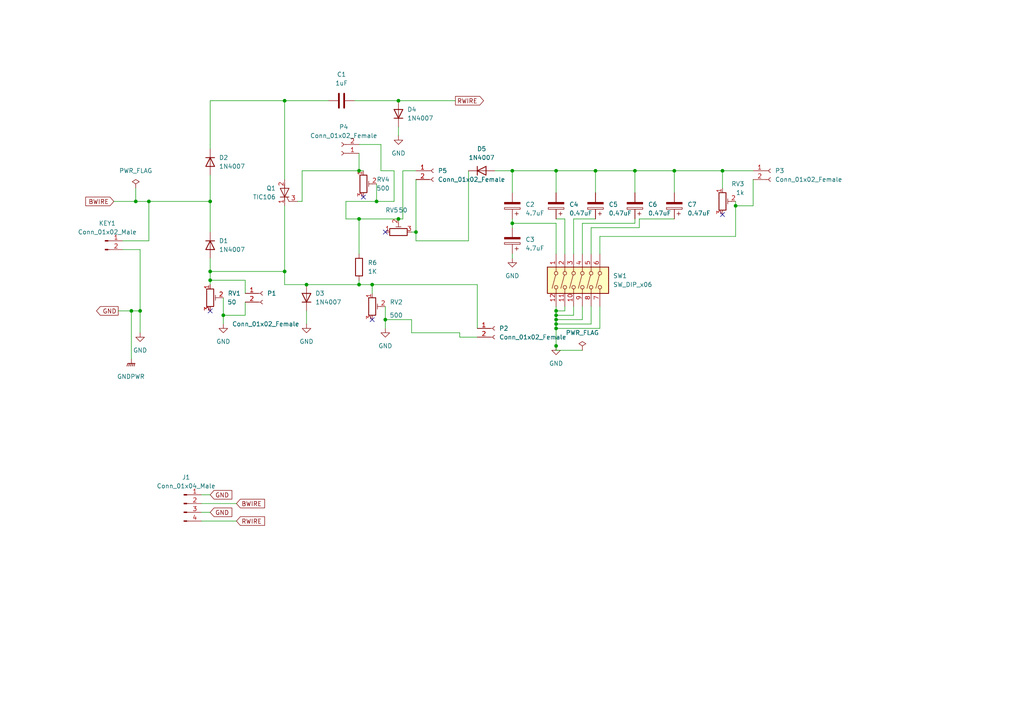
<source format=kicad_sch>
(kicad_sch (version 20230121) (generator eeschema)

  (uuid e63e39d7-6ac0-4ffd-8aa3-1841a4541b55)

  (paper "A4")

  (title_block
    (title "Mk2.2 THT CDI")
    (date "2023-11-08")
    (rev "2.2")
    (company "MBI Ignitions")
  )

  (lib_symbols
    (symbol "Connector:Conn_01x02_Female" (pin_names (offset 1.016) hide) (in_bom yes) (on_board yes)
      (property "Reference" "J" (at 0 2.54 0)
        (effects (font (size 1.27 1.27)))
      )
      (property "Value" "Conn_01x02_Female" (at 0 -5.08 0)
        (effects (font (size 1.27 1.27)))
      )
      (property "Footprint" "" (at 0 0 0)
        (effects (font (size 1.27 1.27)) hide)
      )
      (property "Datasheet" "~" (at 0 0 0)
        (effects (font (size 1.27 1.27)) hide)
      )
      (property "ki_keywords" "connector" (at 0 0 0)
        (effects (font (size 1.27 1.27)) hide)
      )
      (property "ki_description" "Generic connector, single row, 01x02, script generated (kicad-library-utils/schlib/autogen/connector/)" (at 0 0 0)
        (effects (font (size 1.27 1.27)) hide)
      )
      (property "ki_fp_filters" "Connector*:*_1x??_*" (at 0 0 0)
        (effects (font (size 1.27 1.27)) hide)
      )
      (symbol "Conn_01x02_Female_1_1"
        (arc (start 0 -2.032) (mid -0.5058 -2.54) (end 0 -3.048)
          (stroke (width 0.1524) (type default))
          (fill (type none))
        )
        (polyline
          (pts
            (xy -1.27 -2.54)
            (xy -0.508 -2.54)
          )
          (stroke (width 0.1524) (type default))
          (fill (type none))
        )
        (polyline
          (pts
            (xy -1.27 0)
            (xy -0.508 0)
          )
          (stroke (width 0.1524) (type default))
          (fill (type none))
        )
        (arc (start 0 0.508) (mid -0.5058 0) (end 0 -0.508)
          (stroke (width 0.1524) (type default))
          (fill (type none))
        )
        (pin passive line (at -5.08 0 0) (length 3.81)
          (name "Pin_1" (effects (font (size 1.27 1.27))))
          (number "1" (effects (font (size 1.27 1.27))))
        )
        (pin passive line (at -5.08 -2.54 0) (length 3.81)
          (name "Pin_2" (effects (font (size 1.27 1.27))))
          (number "2" (effects (font (size 1.27 1.27))))
        )
      )
    )
    (symbol "Connector:Conn_01x02_Male" (pin_names (offset 1.016) hide) (in_bom yes) (on_board yes)
      (property "Reference" "J" (at 0 2.54 0)
        (effects (font (size 1.27 1.27)))
      )
      (property "Value" "Conn_01x02_Male" (at 0 -5.08 0)
        (effects (font (size 1.27 1.27)))
      )
      (property "Footprint" "" (at 0 0 0)
        (effects (font (size 1.27 1.27)) hide)
      )
      (property "Datasheet" "~" (at 0 0 0)
        (effects (font (size 1.27 1.27)) hide)
      )
      (property "ki_keywords" "connector" (at 0 0 0)
        (effects (font (size 1.27 1.27)) hide)
      )
      (property "ki_description" "Generic connector, single row, 01x02, script generated (kicad-library-utils/schlib/autogen/connector/)" (at 0 0 0)
        (effects (font (size 1.27 1.27)) hide)
      )
      (property "ki_fp_filters" "Connector*:*_1x??_*" (at 0 0 0)
        (effects (font (size 1.27 1.27)) hide)
      )
      (symbol "Conn_01x02_Male_1_1"
        (polyline
          (pts
            (xy 1.27 -2.54)
            (xy 0.8636 -2.54)
          )
          (stroke (width 0.1524) (type default))
          (fill (type none))
        )
        (polyline
          (pts
            (xy 1.27 0)
            (xy 0.8636 0)
          )
          (stroke (width 0.1524) (type default))
          (fill (type none))
        )
        (rectangle (start 0.8636 -2.413) (end 0 -2.667)
          (stroke (width 0.1524) (type default))
          (fill (type outline))
        )
        (rectangle (start 0.8636 0.127) (end 0 -0.127)
          (stroke (width 0.1524) (type default))
          (fill (type outline))
        )
        (pin passive line (at 5.08 0 180) (length 3.81)
          (name "Pin_1" (effects (font (size 1.27 1.27))))
          (number "1" (effects (font (size 1.27 1.27))))
        )
        (pin passive line (at 5.08 -2.54 180) (length 3.81)
          (name "Pin_2" (effects (font (size 1.27 1.27))))
          (number "2" (effects (font (size 1.27 1.27))))
        )
      )
    )
    (symbol "Connector:Conn_01x04_Male" (pin_names (offset 1.016) hide) (in_bom yes) (on_board yes)
      (property "Reference" "J" (at 0 5.08 0)
        (effects (font (size 1.27 1.27)))
      )
      (property "Value" "Conn_01x04_Male" (at 0 -7.62 0)
        (effects (font (size 1.27 1.27)))
      )
      (property "Footprint" "" (at 0 0 0)
        (effects (font (size 1.27 1.27)) hide)
      )
      (property "Datasheet" "~" (at 0 0 0)
        (effects (font (size 1.27 1.27)) hide)
      )
      (property "ki_keywords" "connector" (at 0 0 0)
        (effects (font (size 1.27 1.27)) hide)
      )
      (property "ki_description" "Generic connector, single row, 01x04, script generated (kicad-library-utils/schlib/autogen/connector/)" (at 0 0 0)
        (effects (font (size 1.27 1.27)) hide)
      )
      (property "ki_fp_filters" "Connector*:*_1x??_*" (at 0 0 0)
        (effects (font (size 1.27 1.27)) hide)
      )
      (symbol "Conn_01x04_Male_1_1"
        (polyline
          (pts
            (xy 1.27 -5.08)
            (xy 0.8636 -5.08)
          )
          (stroke (width 0.1524) (type default))
          (fill (type none))
        )
        (polyline
          (pts
            (xy 1.27 -2.54)
            (xy 0.8636 -2.54)
          )
          (stroke (width 0.1524) (type default))
          (fill (type none))
        )
        (polyline
          (pts
            (xy 1.27 0)
            (xy 0.8636 0)
          )
          (stroke (width 0.1524) (type default))
          (fill (type none))
        )
        (polyline
          (pts
            (xy 1.27 2.54)
            (xy 0.8636 2.54)
          )
          (stroke (width 0.1524) (type default))
          (fill (type none))
        )
        (rectangle (start 0.8636 -4.953) (end 0 -5.207)
          (stroke (width 0.1524) (type default))
          (fill (type outline))
        )
        (rectangle (start 0.8636 -2.413) (end 0 -2.667)
          (stroke (width 0.1524) (type default))
          (fill (type outline))
        )
        (rectangle (start 0.8636 0.127) (end 0 -0.127)
          (stroke (width 0.1524) (type default))
          (fill (type outline))
        )
        (rectangle (start 0.8636 2.667) (end 0 2.413)
          (stroke (width 0.1524) (type default))
          (fill (type outline))
        )
        (pin passive line (at 5.08 2.54 180) (length 3.81)
          (name "Pin_1" (effects (font (size 1.27 1.27))))
          (number "1" (effects (font (size 1.27 1.27))))
        )
        (pin passive line (at 5.08 0 180) (length 3.81)
          (name "Pin_2" (effects (font (size 1.27 1.27))))
          (number "2" (effects (font (size 1.27 1.27))))
        )
        (pin passive line (at 5.08 -2.54 180) (length 3.81)
          (name "Pin_3" (effects (font (size 1.27 1.27))))
          (number "3" (effects (font (size 1.27 1.27))))
        )
        (pin passive line (at 5.08 -5.08 180) (length 3.81)
          (name "Pin_4" (effects (font (size 1.27 1.27))))
          (number "4" (effects (font (size 1.27 1.27))))
        )
      )
    )
    (symbol "Device:C" (pin_numbers hide) (pin_names (offset 0.254)) (in_bom yes) (on_board yes)
      (property "Reference" "C" (at 0.635 2.54 0)
        (effects (font (size 1.27 1.27)) (justify left))
      )
      (property "Value" "C" (at 0.635 -2.54 0)
        (effects (font (size 1.27 1.27)) (justify left))
      )
      (property "Footprint" "" (at 0.9652 -3.81 0)
        (effects (font (size 1.27 1.27)) hide)
      )
      (property "Datasheet" "~" (at 0 0 0)
        (effects (font (size 1.27 1.27)) hide)
      )
      (property "ki_keywords" "cap capacitor" (at 0 0 0)
        (effects (font (size 1.27 1.27)) hide)
      )
      (property "ki_description" "Unpolarized capacitor" (at 0 0 0)
        (effects (font (size 1.27 1.27)) hide)
      )
      (property "ki_fp_filters" "C_*" (at 0 0 0)
        (effects (font (size 1.27 1.27)) hide)
      )
      (symbol "C_0_1"
        (polyline
          (pts
            (xy -2.032 -0.762)
            (xy 2.032 -0.762)
          )
          (stroke (width 0.508) (type default))
          (fill (type none))
        )
        (polyline
          (pts
            (xy -2.032 0.762)
            (xy 2.032 0.762)
          )
          (stroke (width 0.508) (type default))
          (fill (type none))
        )
      )
      (symbol "C_1_1"
        (pin passive line (at 0 3.81 270) (length 2.794)
          (name "~" (effects (font (size 1.27 1.27))))
          (number "1" (effects (font (size 1.27 1.27))))
        )
        (pin passive line (at 0 -3.81 90) (length 2.794)
          (name "~" (effects (font (size 1.27 1.27))))
          (number "2" (effects (font (size 1.27 1.27))))
        )
      )
    )
    (symbol "Device:C_Polarized" (pin_numbers hide) (pin_names (offset 0.254)) (in_bom yes) (on_board yes)
      (property "Reference" "C" (at 0.635 2.54 0)
        (effects (font (size 1.27 1.27)) (justify left))
      )
      (property "Value" "C_Polarized" (at 0.635 -2.54 0)
        (effects (font (size 1.27 1.27)) (justify left))
      )
      (property "Footprint" "" (at 0.9652 -3.81 0)
        (effects (font (size 1.27 1.27)) hide)
      )
      (property "Datasheet" "~" (at 0 0 0)
        (effects (font (size 1.27 1.27)) hide)
      )
      (property "ki_keywords" "cap capacitor" (at 0 0 0)
        (effects (font (size 1.27 1.27)) hide)
      )
      (property "ki_description" "Polarized capacitor" (at 0 0 0)
        (effects (font (size 1.27 1.27)) hide)
      )
      (property "ki_fp_filters" "CP_*" (at 0 0 0)
        (effects (font (size 1.27 1.27)) hide)
      )
      (symbol "C_Polarized_0_1"
        (rectangle (start -2.286 0.508) (end 2.286 1.016)
          (stroke (width 0) (type default))
          (fill (type none))
        )
        (polyline
          (pts
            (xy -1.778 2.286)
            (xy -0.762 2.286)
          )
          (stroke (width 0) (type default))
          (fill (type none))
        )
        (polyline
          (pts
            (xy -1.27 2.794)
            (xy -1.27 1.778)
          )
          (stroke (width 0) (type default))
          (fill (type none))
        )
        (rectangle (start 2.286 -0.508) (end -2.286 -1.016)
          (stroke (width 0) (type default))
          (fill (type outline))
        )
      )
      (symbol "C_Polarized_1_1"
        (pin passive line (at 0 3.81 270) (length 2.794)
          (name "~" (effects (font (size 1.27 1.27))))
          (number "1" (effects (font (size 1.27 1.27))))
        )
        (pin passive line (at 0 -3.81 90) (length 2.794)
          (name "~" (effects (font (size 1.27 1.27))))
          (number "2" (effects (font (size 1.27 1.27))))
        )
      )
    )
    (symbol "Device:R" (pin_numbers hide) (pin_names (offset 0)) (in_bom yes) (on_board yes)
      (property "Reference" "R" (at 2.032 0 90)
        (effects (font (size 1.27 1.27)))
      )
      (property "Value" "R" (at 0 0 90)
        (effects (font (size 1.27 1.27)))
      )
      (property "Footprint" "" (at -1.778 0 90)
        (effects (font (size 1.27 1.27)) hide)
      )
      (property "Datasheet" "~" (at 0 0 0)
        (effects (font (size 1.27 1.27)) hide)
      )
      (property "ki_keywords" "R res resistor" (at 0 0 0)
        (effects (font (size 1.27 1.27)) hide)
      )
      (property "ki_description" "Resistor" (at 0 0 0)
        (effects (font (size 1.27 1.27)) hide)
      )
      (property "ki_fp_filters" "R_*" (at 0 0 0)
        (effects (font (size 1.27 1.27)) hide)
      )
      (symbol "R_0_1"
        (rectangle (start -1.016 -2.54) (end 1.016 2.54)
          (stroke (width 0.254) (type default))
          (fill (type none))
        )
      )
      (symbol "R_1_1"
        (pin passive line (at 0 3.81 270) (length 1.27)
          (name "~" (effects (font (size 1.27 1.27))))
          (number "1" (effects (font (size 1.27 1.27))))
        )
        (pin passive line (at 0 -3.81 90) (length 1.27)
          (name "~" (effects (font (size 1.27 1.27))))
          (number "2" (effects (font (size 1.27 1.27))))
        )
      )
    )
    (symbol "Device:R_Potentiometer_Trim" (pin_names (offset 1.016) hide) (in_bom yes) (on_board yes)
      (property "Reference" "RV" (at -4.445 0 90)
        (effects (font (size 1.27 1.27)))
      )
      (property "Value" "R_Potentiometer_Trim" (at -2.54 0 90)
        (effects (font (size 1.27 1.27)))
      )
      (property "Footprint" "" (at 0 0 0)
        (effects (font (size 1.27 1.27)) hide)
      )
      (property "Datasheet" "~" (at 0 0 0)
        (effects (font (size 1.27 1.27)) hide)
      )
      (property "ki_keywords" "resistor variable trimpot trimmer" (at 0 0 0)
        (effects (font (size 1.27 1.27)) hide)
      )
      (property "ki_description" "Trim-potentiometer" (at 0 0 0)
        (effects (font (size 1.27 1.27)) hide)
      )
      (property "ki_fp_filters" "Potentiometer*" (at 0 0 0)
        (effects (font (size 1.27 1.27)) hide)
      )
      (symbol "R_Potentiometer_Trim_0_1"
        (polyline
          (pts
            (xy 1.524 0.762)
            (xy 1.524 -0.762)
          )
          (stroke (width 0) (type default))
          (fill (type none))
        )
        (polyline
          (pts
            (xy 2.54 0)
            (xy 1.524 0)
          )
          (stroke (width 0) (type default))
          (fill (type none))
        )
        (rectangle (start 1.016 2.54) (end -1.016 -2.54)
          (stroke (width 0.254) (type default))
          (fill (type none))
        )
      )
      (symbol "R_Potentiometer_Trim_1_1"
        (pin passive line (at 0 3.81 270) (length 1.27)
          (name "1" (effects (font (size 1.27 1.27))))
          (number "1" (effects (font (size 1.27 1.27))))
        )
        (pin passive line (at 3.81 0 180) (length 1.27)
          (name "2" (effects (font (size 1.27 1.27))))
          (number "2" (effects (font (size 1.27 1.27))))
        )
        (pin passive line (at 0 -3.81 90) (length 1.27)
          (name "3" (effects (font (size 1.27 1.27))))
          (number "3" (effects (font (size 1.27 1.27))))
        )
      )
    )
    (symbol "Diode:1N4007" (pin_numbers hide) (pin_names (offset 1.016) hide) (in_bom yes) (on_board yes)
      (property "Reference" "D" (at 0 2.54 0)
        (effects (font (size 1.27 1.27)))
      )
      (property "Value" "1N4007" (at 0 -2.54 0)
        (effects (font (size 1.27 1.27)))
      )
      (property "Footprint" "Diode_THT:D_DO-41_SOD81_P10.16mm_Horizontal" (at 0 -4.445 0)
        (effects (font (size 1.27 1.27)) hide)
      )
      (property "Datasheet" "http://www.vishay.com/docs/88503/1n4001.pdf" (at 0 0 0)
        (effects (font (size 1.27 1.27)) hide)
      )
      (property "ki_keywords" "diode" (at 0 0 0)
        (effects (font (size 1.27 1.27)) hide)
      )
      (property "ki_description" "1000V 1A General Purpose Rectifier Diode, DO-41" (at 0 0 0)
        (effects (font (size 1.27 1.27)) hide)
      )
      (property "ki_fp_filters" "D*DO?41*" (at 0 0 0)
        (effects (font (size 1.27 1.27)) hide)
      )
      (symbol "1N4007_0_1"
        (polyline
          (pts
            (xy -1.27 1.27)
            (xy -1.27 -1.27)
          )
          (stroke (width 0.254) (type default))
          (fill (type none))
        )
        (polyline
          (pts
            (xy 1.27 0)
            (xy -1.27 0)
          )
          (stroke (width 0) (type default))
          (fill (type none))
        )
        (polyline
          (pts
            (xy 1.27 1.27)
            (xy 1.27 -1.27)
            (xy -1.27 0)
            (xy 1.27 1.27)
          )
          (stroke (width 0.254) (type default))
          (fill (type none))
        )
      )
      (symbol "1N4007_1_1"
        (pin passive line (at -3.81 0 0) (length 2.54)
          (name "K" (effects (font (size 1.27 1.27))))
          (number "1" (effects (font (size 1.27 1.27))))
        )
        (pin passive line (at 3.81 0 180) (length 2.54)
          (name "A" (effects (font (size 1.27 1.27))))
          (number "2" (effects (font (size 1.27 1.27))))
        )
      )
    )
    (symbol "Switch:SW_DIP_x06" (pin_names (offset 0) hide) (in_bom yes) (on_board yes)
      (property "Reference" "SW" (at 0 11.43 0)
        (effects (font (size 1.27 1.27)))
      )
      (property "Value" "SW_DIP_x06" (at 0 -8.89 0)
        (effects (font (size 1.27 1.27)))
      )
      (property "Footprint" "" (at 0 0 0)
        (effects (font (size 1.27 1.27)) hide)
      )
      (property "Datasheet" "~" (at 0 0 0)
        (effects (font (size 1.27 1.27)) hide)
      )
      (property "ki_keywords" "dip switch" (at 0 0 0)
        (effects (font (size 1.27 1.27)) hide)
      )
      (property "ki_description" "6x DIP Switch, Single Pole Single Throw (SPST) switch, small symbol" (at 0 0 0)
        (effects (font (size 1.27 1.27)) hide)
      )
      (property "ki_fp_filters" "SW?DIP?x6*" (at 0 0 0)
        (effects (font (size 1.27 1.27)) hide)
      )
      (symbol "SW_DIP_x06_0_0"
        (circle (center -2.032 -5.08) (radius 0.508)
          (stroke (width 0) (type default))
          (fill (type none))
        )
        (circle (center -2.032 -2.54) (radius 0.508)
          (stroke (width 0) (type default))
          (fill (type none))
        )
        (circle (center -2.032 0) (radius 0.508)
          (stroke (width 0) (type default))
          (fill (type none))
        )
        (circle (center -2.032 2.54) (radius 0.508)
          (stroke (width 0) (type default))
          (fill (type none))
        )
        (circle (center -2.032 5.08) (radius 0.508)
          (stroke (width 0) (type default))
          (fill (type none))
        )
        (circle (center -2.032 7.62) (radius 0.508)
          (stroke (width 0) (type default))
          (fill (type none))
        )
        (polyline
          (pts
            (xy -1.524 -4.9276)
            (xy 2.3622 -3.8862)
          )
          (stroke (width 0) (type default))
          (fill (type none))
        )
        (polyline
          (pts
            (xy -1.524 -2.3876)
            (xy 2.3622 -1.3462)
          )
          (stroke (width 0) (type default))
          (fill (type none))
        )
        (polyline
          (pts
            (xy -1.524 0.127)
            (xy 2.3622 1.1684)
          )
          (stroke (width 0) (type default))
          (fill (type none))
        )
        (polyline
          (pts
            (xy -1.524 2.667)
            (xy 2.3622 3.7084)
          )
          (stroke (width 0) (type default))
          (fill (type none))
        )
        (polyline
          (pts
            (xy -1.524 5.207)
            (xy 2.3622 6.2484)
          )
          (stroke (width 0) (type default))
          (fill (type none))
        )
        (polyline
          (pts
            (xy -1.524 7.747)
            (xy 2.3622 8.7884)
          )
          (stroke (width 0) (type default))
          (fill (type none))
        )
        (circle (center 2.032 -5.08) (radius 0.508)
          (stroke (width 0) (type default))
          (fill (type none))
        )
        (circle (center 2.032 -2.54) (radius 0.508)
          (stroke (width 0) (type default))
          (fill (type none))
        )
        (circle (center 2.032 0) (radius 0.508)
          (stroke (width 0) (type default))
          (fill (type none))
        )
        (circle (center 2.032 2.54) (radius 0.508)
          (stroke (width 0) (type default))
          (fill (type none))
        )
        (circle (center 2.032 5.08) (radius 0.508)
          (stroke (width 0) (type default))
          (fill (type none))
        )
        (circle (center 2.032 7.62) (radius 0.508)
          (stroke (width 0) (type default))
          (fill (type none))
        )
      )
      (symbol "SW_DIP_x06_0_1"
        (rectangle (start -3.81 10.16) (end 3.81 -7.62)
          (stroke (width 0.254) (type default))
          (fill (type background))
        )
      )
      (symbol "SW_DIP_x06_1_1"
        (pin passive line (at -7.62 7.62 0) (length 5.08)
          (name "~" (effects (font (size 1.27 1.27))))
          (number "1" (effects (font (size 1.27 1.27))))
        )
        (pin passive line (at 7.62 2.54 180) (length 5.08)
          (name "~" (effects (font (size 1.27 1.27))))
          (number "10" (effects (font (size 1.27 1.27))))
        )
        (pin passive line (at 7.62 5.08 180) (length 5.08)
          (name "~" (effects (font (size 1.27 1.27))))
          (number "11" (effects (font (size 1.27 1.27))))
        )
        (pin passive line (at 7.62 7.62 180) (length 5.08)
          (name "~" (effects (font (size 1.27 1.27))))
          (number "12" (effects (font (size 1.27 1.27))))
        )
        (pin passive line (at -7.62 5.08 0) (length 5.08)
          (name "~" (effects (font (size 1.27 1.27))))
          (number "2" (effects (font (size 1.27 1.27))))
        )
        (pin passive line (at -7.62 2.54 0) (length 5.08)
          (name "~" (effects (font (size 1.27 1.27))))
          (number "3" (effects (font (size 1.27 1.27))))
        )
        (pin passive line (at -7.62 0 0) (length 5.08)
          (name "~" (effects (font (size 1.27 1.27))))
          (number "4" (effects (font (size 1.27 1.27))))
        )
        (pin passive line (at -7.62 -2.54 0) (length 5.08)
          (name "~" (effects (font (size 1.27 1.27))))
          (number "5" (effects (font (size 1.27 1.27))))
        )
        (pin passive line (at -7.62 -5.08 0) (length 5.08)
          (name "~" (effects (font (size 1.27 1.27))))
          (number "6" (effects (font (size 1.27 1.27))))
        )
        (pin passive line (at 7.62 -5.08 180) (length 5.08)
          (name "~" (effects (font (size 1.27 1.27))))
          (number "7" (effects (font (size 1.27 1.27))))
        )
        (pin passive line (at 7.62 -2.54 180) (length 5.08)
          (name "~" (effects (font (size 1.27 1.27))))
          (number "8" (effects (font (size 1.27 1.27))))
        )
        (pin passive line (at 7.62 0 180) (length 5.08)
          (name "~" (effects (font (size 1.27 1.27))))
          (number "9" (effects (font (size 1.27 1.27))))
        )
      )
    )
    (symbol "Triac_Thyristor:TIC106" (pin_names (offset 0) hide) (in_bom yes) (on_board yes)
      (property "Reference" "Q" (at 2.54 1.905 0)
        (effects (font (size 1.27 1.27)) (justify left))
      )
      (property "Value" "TIC106" (at 2.54 0 0)
        (effects (font (size 1.27 1.27)) (justify left))
      )
      (property "Footprint" "Package_TO_SOT_THT:TO-220-3_Vertical" (at 2.54 -1.905 0)
        (effects (font (size 1.27 1.27) italic) (justify left) hide)
      )
      (property "Datasheet" "http://pdf.datasheetcatalog.com/datasheet/PowerInnovations/mXyzrtvs.pdf" (at 0 0 0)
        (effects (font (size 1.27 1.27)) (justify left) hide)
      )
      (property "ki_keywords" "thyristor" (at 0 0 0)
        (effects (font (size 1.27 1.27)) hide)
      )
      (property "ki_description" "5A Ion, 400-800V Voff, Silicon Controlled Rectifier (Thyristor), TO-220" (at 0 0 0)
        (effects (font (size 1.27 1.27)) hide)
      )
      (property "ki_fp_filters" "TO?220*" (at 0 0 0)
        (effects (font (size 1.27 1.27)) hide)
      )
      (symbol "TIC106_0_1"
        (polyline
          (pts
            (xy -1.27 -2.54)
            (xy -0.635 -1.27)
          )
          (stroke (width 0) (type default))
          (fill (type none))
        )
        (polyline
          (pts
            (xy -1.27 -1.27)
            (xy 1.27 -1.27)
          )
          (stroke (width 0.2032) (type default))
          (fill (type none))
        )
        (polyline
          (pts
            (xy 0 -2.54)
            (xy 0 2.54)
          )
          (stroke (width 0) (type default))
          (fill (type none))
        )
        (polyline
          (pts
            (xy -1.27 1.27)
            (xy 1.27 1.27)
            (xy 0 -1.27)
            (xy -1.27 1.27)
          )
          (stroke (width 0.2032) (type default))
          (fill (type none))
        )
      )
      (symbol "TIC106_1_1"
        (pin passive line (at 0 -3.81 90) (length 2.54)
          (name "K" (effects (font (size 1.27 1.27))))
          (number "1" (effects (font (size 1.27 1.27))))
        )
        (pin passive line (at 0 3.81 270) (length 2.54)
          (name "A" (effects (font (size 1.27 1.27))))
          (number "2" (effects (font (size 1.27 1.27))))
        )
        (pin input line (at -3.81 -2.54 0) (length 2.54)
          (name "G" (effects (font (size 1.27 1.27))))
          (number "3" (effects (font (size 1.27 1.27))))
        )
      )
    )
    (symbol "power:GND" (power) (pin_names (offset 0)) (in_bom yes) (on_board yes)
      (property "Reference" "#PWR" (at 0 -6.35 0)
        (effects (font (size 1.27 1.27)) hide)
      )
      (property "Value" "GND" (at 0 -3.81 0)
        (effects (font (size 1.27 1.27)))
      )
      (property "Footprint" "" (at 0 0 0)
        (effects (font (size 1.27 1.27)) hide)
      )
      (property "Datasheet" "" (at 0 0 0)
        (effects (font (size 1.27 1.27)) hide)
      )
      (property "ki_keywords" "power-flag" (at 0 0 0)
        (effects (font (size 1.27 1.27)) hide)
      )
      (property "ki_description" "Power symbol creates a global label with name \"GND\" , ground" (at 0 0 0)
        (effects (font (size 1.27 1.27)) hide)
      )
      (symbol "GND_0_1"
        (polyline
          (pts
            (xy 0 0)
            (xy 0 -1.27)
            (xy 1.27 -1.27)
            (xy 0 -2.54)
            (xy -1.27 -1.27)
            (xy 0 -1.27)
          )
          (stroke (width 0) (type default))
          (fill (type none))
        )
      )
      (symbol "GND_1_1"
        (pin power_in line (at 0 0 270) (length 0) hide
          (name "GND" (effects (font (size 1.27 1.27))))
          (number "1" (effects (font (size 1.27 1.27))))
        )
      )
    )
    (symbol "power:GNDPWR" (power) (pin_names (offset 0)) (in_bom yes) (on_board yes)
      (property "Reference" "#PWR" (at 0 -5.08 0)
        (effects (font (size 1.27 1.27)) hide)
      )
      (property "Value" "GNDPWR" (at 0 -3.302 0)
        (effects (font (size 1.27 1.27)))
      )
      (property "Footprint" "" (at 0 -1.27 0)
        (effects (font (size 1.27 1.27)) hide)
      )
      (property "Datasheet" "" (at 0 -1.27 0)
        (effects (font (size 1.27 1.27)) hide)
      )
      (property "ki_keywords" "power-flag" (at 0 0 0)
        (effects (font (size 1.27 1.27)) hide)
      )
      (property "ki_description" "Power symbol creates a global label with name \"GNDPWR\" , power ground" (at 0 0 0)
        (effects (font (size 1.27 1.27)) hide)
      )
      (symbol "GNDPWR_0_1"
        (polyline
          (pts
            (xy 0 -1.27)
            (xy 0 0)
          )
          (stroke (width 0) (type default))
          (fill (type none))
        )
        (polyline
          (pts
            (xy -1.016 -1.27)
            (xy -1.27 -2.032)
            (xy -1.27 -2.032)
          )
          (stroke (width 0.2032) (type default))
          (fill (type none))
        )
        (polyline
          (pts
            (xy -0.508 -1.27)
            (xy -0.762 -2.032)
            (xy -0.762 -2.032)
          )
          (stroke (width 0.2032) (type default))
          (fill (type none))
        )
        (polyline
          (pts
            (xy 0 -1.27)
            (xy -0.254 -2.032)
            (xy -0.254 -2.032)
          )
          (stroke (width 0.2032) (type default))
          (fill (type none))
        )
        (polyline
          (pts
            (xy 0.508 -1.27)
            (xy 0.254 -2.032)
            (xy 0.254 -2.032)
          )
          (stroke (width 0.2032) (type default))
          (fill (type none))
        )
        (polyline
          (pts
            (xy 1.016 -1.27)
            (xy -1.016 -1.27)
            (xy -1.016 -1.27)
          )
          (stroke (width 0.2032) (type default))
          (fill (type none))
        )
        (polyline
          (pts
            (xy 1.016 -1.27)
            (xy 0.762 -2.032)
            (xy 0.762 -2.032)
            (xy 0.762 -2.032)
          )
          (stroke (width 0.2032) (type default))
          (fill (type none))
        )
      )
      (symbol "GNDPWR_1_1"
        (pin power_in line (at 0 0 270) (length 0) hide
          (name "GNDPWR" (effects (font (size 1.27 1.27))))
          (number "1" (effects (font (size 1.27 1.27))))
        )
      )
    )
    (symbol "power:PWR_FLAG" (power) (pin_numbers hide) (pin_names (offset 0) hide) (in_bom yes) (on_board yes)
      (property "Reference" "#FLG" (at 0 1.905 0)
        (effects (font (size 1.27 1.27)) hide)
      )
      (property "Value" "PWR_FLAG" (at 0 3.81 0)
        (effects (font (size 1.27 1.27)))
      )
      (property "Footprint" "" (at 0 0 0)
        (effects (font (size 1.27 1.27)) hide)
      )
      (property "Datasheet" "~" (at 0 0 0)
        (effects (font (size 1.27 1.27)) hide)
      )
      (property "ki_keywords" "power-flag" (at 0 0 0)
        (effects (font (size 1.27 1.27)) hide)
      )
      (property "ki_description" "Special symbol for telling ERC where power comes from" (at 0 0 0)
        (effects (font (size 1.27 1.27)) hide)
      )
      (symbol "PWR_FLAG_0_0"
        (pin power_out line (at 0 0 90) (length 0)
          (name "pwr" (effects (font (size 1.27 1.27))))
          (number "1" (effects (font (size 1.27 1.27))))
        )
      )
      (symbol "PWR_FLAG_0_1"
        (polyline
          (pts
            (xy 0 0)
            (xy 0 1.27)
            (xy -1.016 1.905)
            (xy 0 2.54)
            (xy 1.016 1.905)
            (xy 0 1.27)
          )
          (stroke (width 0) (type default))
          (fill (type none))
        )
      )
    )
  )

  (junction (at 64.77 91.44) (diameter 0) (color 0 0 0 0)
    (uuid 006f0767-0735-4090-bad1-b4776098db83)
  )
  (junction (at 161.29 49.53) (diameter 0) (color 0 0 0 0)
    (uuid 022ba0b0-b54e-43c6-88b9-91de211bfeae)
  )
  (junction (at 109.22 58.42) (diameter 0) (color 0 0 0 0)
    (uuid 0b2a95ff-54b2-4e26-a85e-8efb85972060)
  )
  (junction (at 184.15 49.53) (diameter 0) (color 0 0 0 0)
    (uuid 15a4c1af-a013-4e96-927f-a4c659e68333)
  )
  (junction (at 107.95 82.55) (diameter 0) (color 0 0 0 0)
    (uuid 22767ef6-5abb-4b94-b3a6-2a41c2a867dc)
  )
  (junction (at 161.29 92.71) (diameter 0) (color 0 0 0 0)
    (uuid 247502d5-a2ec-4b6f-9a23-b02da4c5a01e)
  )
  (junction (at 40.64 90.17) (diameter 0) (color 0 0 0 0)
    (uuid 2503d954-ef99-4072-b4c2-68d293469a5a)
  )
  (junction (at 209.55 49.53) (diameter 0) (color 0 0 0 0)
    (uuid 25532bf8-f489-4da9-b64e-1b21203ea745)
  )
  (junction (at 43.18 58.42) (diameter 0) (color 0 0 0 0)
    (uuid 2f8c467f-c568-40e7-b45f-c00d2d7d7568)
  )
  (junction (at 82.55 29.21) (diameter 0) (color 0 0 0 0)
    (uuid 415cf57a-0d44-4d16-af36-472bcc01eccb)
  )
  (junction (at 104.14 49.53) (diameter 0) (color 0 0 0 0)
    (uuid 4a72fd6c-8963-4946-93a1-3892e832d76f)
  )
  (junction (at 195.58 49.53) (diameter 0) (color 0 0 0 0)
    (uuid 4d4062d6-97d6-49fd-96f2-682d6ca80ad7)
  )
  (junction (at 115.57 29.21) (diameter 0) (color 0 0 0 0)
    (uuid 5c46ba13-cf0e-4335-b34e-9ec442511509)
  )
  (junction (at 104.14 82.55) (diameter 0) (color 0 0 0 0)
    (uuid 5d41b832-6aa9-4da9-9d05-a22b1df93fc6)
  )
  (junction (at 111.76 92.71) (diameter 0) (color 0 0 0 0)
    (uuid 64bad094-b263-4db6-a1e1-c2e245d62bea)
  )
  (junction (at 148.59 64.77) (diameter 0) (color 0 0 0 0)
    (uuid 6a023302-fc8f-44be-a711-fdd3b89e6093)
  )
  (junction (at 82.55 78.74) (diameter 0) (color 0 0 0 0)
    (uuid 6bcae9cc-bd52-4f97-82ef-304a9a747f94)
  )
  (junction (at 161.29 93.98) (diameter 0) (color 0 0 0 0)
    (uuid 6f9174b8-a2e2-4dce-8aca-b33da613bd60)
  )
  (junction (at 148.59 49.53) (diameter 0) (color 0 0 0 0)
    (uuid 919f09ab-53af-49d3-b281-5a896390a598)
  )
  (junction (at 60.96 58.42) (diameter 0) (color 0 0 0 0)
    (uuid 981f8569-562f-41cc-a1e4-d41b71ea4fa6)
  )
  (junction (at 38.1 90.17) (diameter 0) (color 0 0 0 0)
    (uuid a1f44efb-de91-4a03-9244-27eb25c34466)
  )
  (junction (at 60.96 78.74) (diameter 0) (color 0 0 0 0)
    (uuid a456bd40-b2fd-424c-b931-b7b320bd8eee)
  )
  (junction (at 60.96 81.28) (diameter 0) (color 0 0 0 0)
    (uuid aade682f-4f30-4536-a302-aadb04cc4494)
  )
  (junction (at 88.9 82.55) (diameter 0) (color 0 0 0 0)
    (uuid ac426d35-7004-4220-a697-1347ebd6934b)
  )
  (junction (at 104.14 63.5) (diameter 0) (color 0 0 0 0)
    (uuid ad013ad4-ed51-48d7-b704-0aab45175ee5)
  )
  (junction (at 120.65 67.31) (diameter 0) (color 0 0 0 0)
    (uuid b123fb0f-6b6a-472a-8d77-e61c4ad512c4)
  )
  (junction (at 161.29 100.33) (diameter 0) (color 0 0 0 0)
    (uuid b5ffdb69-0d10-4e56-a878-ea9fd431e3ac)
  )
  (junction (at 39.37 58.42) (diameter 0) (color 0 0 0 0)
    (uuid b6d29a61-a196-4a02-8807-60bd5497f3b5)
  )
  (junction (at 161.29 90.17) (diameter 0) (color 0 0 0 0)
    (uuid c7a7b759-bfd8-4247-969b-3a8d42e65385)
  )
  (junction (at 161.29 91.44) (diameter 0) (color 0 0 0 0)
    (uuid db467399-c850-413d-9d79-f80d7b39f5f5)
  )
  (junction (at 161.29 95.25) (diameter 0) (color 0 0 0 0)
    (uuid de2f23ef-627b-4d24-9d89-99c86a43fbab)
  )
  (junction (at 115.57 63.5) (diameter 0) (color 0 0 0 0)
    (uuid e0239d01-5377-42d9-a638-cdd57b39200e)
  )
  (junction (at 213.36 59.69) (diameter 0) (color 0 0 0 0)
    (uuid f3a801ff-208f-4bbd-b3e9-abfbbe8947a1)
  )
  (junction (at 172.72 49.53) (diameter 0) (color 0 0 0 0)
    (uuid fff596bc-5b80-4506-a1f8-342c3370491c)
  )

  (no_connect (at 107.95 92.71) (uuid 70a122ac-d66c-4483-abad-433150fe3132))
  (no_connect (at 105.41 57.15) (uuid 85601542-7f47-4c0d-b9bc-572a474f739d))
  (no_connect (at 111.76 67.31) (uuid b36ffdab-7519-415c-8d52-a7404bec34db))
  (no_connect (at 60.96 90.17) (uuid f88dfef8-8d41-455d-98b9-e505b0fe42a0))
  (no_connect (at 209.55 62.23) (uuid fd3be63d-50ef-45e5-b943-84a81cb82735))

  (wire (pts (xy 213.36 58.42) (xy 213.36 59.69))
    (stroke (width 0) (type default))
    (uuid 02c31e9b-45a1-4714-8fa0-799b5edc1fd5)
  )
  (wire (pts (xy 64.77 91.44) (xy 71.12 91.44))
    (stroke (width 0) (type default))
    (uuid 06a42422-c9ea-4ab2-acf7-ad6269a0448d)
  )
  (wire (pts (xy 60.96 81.28) (xy 60.96 82.55))
    (stroke (width 0) (type default))
    (uuid 07832504-6aca-4496-bad5-a6609f3ce449)
  )
  (wire (pts (xy 115.57 29.21) (xy 132.08 29.21))
    (stroke (width 0) (type default))
    (uuid 08efd7c2-7f3c-4883-a91c-3ef1e05c9fd7)
  )
  (wire (pts (xy 60.96 78.74) (xy 60.96 81.28))
    (stroke (width 0) (type default))
    (uuid 100d2a3a-3563-41d1-8d8a-ddb39323c253)
  )
  (wire (pts (xy 166.37 88.9) (xy 166.37 91.44))
    (stroke (width 0) (type default))
    (uuid 16391b49-1e9b-4141-b5a0-87bbf37bc403)
  )
  (wire (pts (xy 39.37 58.42) (xy 43.18 58.42))
    (stroke (width 0) (type default))
    (uuid 1afd42ce-ffc6-4506-8de9-53dd648f6cb4)
  )
  (wire (pts (xy 184.15 49.53) (xy 184.15 55.88))
    (stroke (width 0) (type default))
    (uuid 1e07c9f0-74de-4840-ba33-a15bea83a970)
  )
  (wire (pts (xy 104.14 82.55) (xy 107.95 82.55))
    (stroke (width 0) (type default))
    (uuid 1ee6f22c-79bb-4b5c-a94c-939f34e6fc8b)
  )
  (wire (pts (xy 82.55 78.74) (xy 60.96 78.74))
    (stroke (width 0) (type default))
    (uuid 1f095f88-a709-4dce-b0ed-23ea45ee11aa)
  )
  (wire (pts (xy 58.42 148.59) (xy 60.96 148.59))
    (stroke (width 0) (type default))
    (uuid 21a04296-e22f-4b1b-87d6-6f60c4df0881)
  )
  (wire (pts (xy 71.12 81.28) (xy 60.96 81.28))
    (stroke (width 0) (type default))
    (uuid 21d8ba26-183e-45df-b16d-1347de20a1de)
  )
  (wire (pts (xy 114.3 58.42) (xy 109.22 58.42))
    (stroke (width 0) (type default))
    (uuid 2739736b-afb1-419d-9e9c-91c65f4eb9fa)
  )
  (wire (pts (xy 114.3 49.53) (xy 114.3 58.42))
    (stroke (width 0) (type default))
    (uuid 29c3d275-19f7-4f36-806f-121461d22f99)
  )
  (wire (pts (xy 161.29 63.5) (xy 163.83 63.5))
    (stroke (width 0) (type default))
    (uuid 2b6b6c6e-4dcd-4940-a43a-b9aa067b8452)
  )
  (wire (pts (xy 120.65 69.85) (xy 120.65 67.31))
    (stroke (width 0) (type default))
    (uuid 2dfe9520-6ff4-40ef-b93f-c324bff9c097)
  )
  (wire (pts (xy 209.55 49.53) (xy 209.55 54.61))
    (stroke (width 0) (type default))
    (uuid 30777286-4b49-4848-af36-596df31f61ae)
  )
  (wire (pts (xy 185.42 66.04) (xy 171.45 66.04))
    (stroke (width 0) (type default))
    (uuid 33397cca-4e97-499d-88c0-50564b7e6720)
  )
  (wire (pts (xy 184.15 63.5) (xy 184.15 64.77))
    (stroke (width 0) (type default))
    (uuid 3483af5c-13f9-4d56-b0ec-0807978e7f9c)
  )
  (wire (pts (xy 148.59 49.53) (xy 161.29 49.53))
    (stroke (width 0) (type default))
    (uuid 348e2c91-b1d9-41ac-bbdf-65fbda7d3c26)
  )
  (wire (pts (xy 161.29 73.66) (xy 161.29 64.77))
    (stroke (width 0) (type default))
    (uuid 353d0d02-4bdc-486e-8ad9-7ae78820360f)
  )
  (wire (pts (xy 60.96 50.8) (xy 60.96 58.42))
    (stroke (width 0) (type default))
    (uuid 354b8a5b-138c-4f2f-8300-726321cf9060)
  )
  (wire (pts (xy 109.22 58.42) (xy 100.33 58.42))
    (stroke (width 0) (type default))
    (uuid 37fa8ebd-6725-44b2-96c9-77f240af55df)
  )
  (wire (pts (xy 173.99 73.66) (xy 173.99 68.58))
    (stroke (width 0) (type default))
    (uuid 39f2c0cf-0048-4942-a045-d43a93293af1)
  )
  (wire (pts (xy 133.35 96.52) (xy 119.38 96.52))
    (stroke (width 0) (type default))
    (uuid 3a68fe00-09ae-4b91-b9d1-4c96411b9e7d)
  )
  (wire (pts (xy 161.29 93.98) (xy 161.29 95.25))
    (stroke (width 0) (type default))
    (uuid 3cc3dddf-7633-4e99-9fa7-a764c68cd4c8)
  )
  (wire (pts (xy 138.43 95.25) (xy 138.43 82.55))
    (stroke (width 0) (type default))
    (uuid 3d120625-8b7a-45a2-be95-8aba482d94a7)
  )
  (wire (pts (xy 82.55 82.55) (xy 88.9 82.55))
    (stroke (width 0) (type default))
    (uuid 3fcf191e-cd72-42e4-a9e1-c98dad5e982c)
  )
  (wire (pts (xy 71.12 85.09) (xy 71.12 81.28))
    (stroke (width 0) (type default))
    (uuid 3fd9e9da-9fd5-41c9-963e-bec9dfcffef5)
  )
  (wire (pts (xy 161.29 100.33) (xy 161.29 101.6))
    (stroke (width 0) (type default))
    (uuid 40b4cd82-6d3f-4a6f-bb1b-791a2489295f)
  )
  (wire (pts (xy 168.91 101.6) (xy 161.29 101.6))
    (stroke (width 0) (type default))
    (uuid 413afd73-7b9d-4f3d-96d1-d6f4280553bb)
  )
  (wire (pts (xy 173.99 88.9) (xy 173.99 95.25))
    (stroke (width 0) (type default))
    (uuid 415a61a5-caa4-4ecb-a20f-7a9ac9d938fc)
  )
  (wire (pts (xy 133.35 97.79) (xy 133.35 96.52))
    (stroke (width 0) (type default))
    (uuid 448e6bd8-58a2-4d6b-8bb7-981cc21723ab)
  )
  (wire (pts (xy 58.42 143.51) (xy 60.96 143.51))
    (stroke (width 0) (type default))
    (uuid 46069186-d6bc-454c-b956-c290ec215b89)
  )
  (wire (pts (xy 161.29 92.71) (xy 161.29 93.98))
    (stroke (width 0) (type default))
    (uuid 465a8a6e-a800-4709-8888-c4b02aaa96e2)
  )
  (wire (pts (xy 38.1 90.17) (xy 40.64 90.17))
    (stroke (width 0) (type default))
    (uuid 48213aad-862b-484b-846c-1bcb18935948)
  )
  (wire (pts (xy 88.9 90.17) (xy 88.9 93.98))
    (stroke (width 0) (type default))
    (uuid 4d66300c-3495-421b-8ca9-c5b37f23ca9c)
  )
  (wire (pts (xy 163.83 88.9) (xy 163.83 90.17))
    (stroke (width 0) (type default))
    (uuid 4fbc3561-8592-4362-8f37-f3a555cc46b5)
  )
  (wire (pts (xy 111.76 88.9) (xy 111.76 92.71))
    (stroke (width 0) (type default))
    (uuid 4fd18c5b-d0ef-4683-afc4-b77099c0e169)
  )
  (wire (pts (xy 58.42 146.05) (xy 68.58 146.05))
    (stroke (width 0) (type default))
    (uuid 5da52a5b-2436-442d-b6a4-702c7f2352ce)
  )
  (wire (pts (xy 88.9 82.55) (xy 104.14 82.55))
    (stroke (width 0) (type default))
    (uuid 5f108eeb-da04-4211-bd6d-02e0c960d5ad)
  )
  (wire (pts (xy 148.59 64.77) (xy 148.59 66.04))
    (stroke (width 0) (type default))
    (uuid 60a8b89a-37cf-4770-b9d9-3c2693592b0c)
  )
  (wire (pts (xy 143.51 49.53) (xy 148.59 49.53))
    (stroke (width 0) (type default))
    (uuid 64635a7e-8b71-48f5-ab9a-492a01624a57)
  )
  (wire (pts (xy 195.58 49.53) (xy 209.55 49.53))
    (stroke (width 0) (type default))
    (uuid 665f19f9-88e8-4a3b-9d33-9e4bb3e65816)
  )
  (wire (pts (xy 148.59 63.5) (xy 148.59 64.77))
    (stroke (width 0) (type default))
    (uuid 66945481-cad1-4c4f-8c61-5a90da798463)
  )
  (wire (pts (xy 60.96 29.21) (xy 82.55 29.21))
    (stroke (width 0) (type default))
    (uuid 693ba95c-27c2-4b5a-a27b-ea8d5f09c0cb)
  )
  (wire (pts (xy 33.02 58.42) (xy 39.37 58.42))
    (stroke (width 0) (type default))
    (uuid 69beb253-1edb-4d8c-b39a-5dd3a1ac1ed7)
  )
  (wire (pts (xy 111.76 92.71) (xy 111.76 95.25))
    (stroke (width 0) (type default))
    (uuid 6aca62d9-9877-4bc2-ac55-10c6871f3590)
  )
  (wire (pts (xy 185.42 63.5) (xy 185.42 66.04))
    (stroke (width 0) (type default))
    (uuid 6b8bbc8b-881b-4695-bf1a-36df3e896fcc)
  )
  (wire (pts (xy 100.33 58.42) (xy 100.33 63.5))
    (stroke (width 0) (type default))
    (uuid 6dad4315-1d35-4b27-90a9-ece6461ec59d)
  )
  (wire (pts (xy 60.96 43.18) (xy 60.96 29.21))
    (stroke (width 0) (type default))
    (uuid 6f3ed25c-c714-4437-bcc3-8ac943d0a8c2)
  )
  (wire (pts (xy 161.29 49.53) (xy 172.72 49.53))
    (stroke (width 0) (type default))
    (uuid 70d1e3e7-5736-4653-a1da-ece0116a11a5)
  )
  (wire (pts (xy 120.65 52.07) (xy 120.65 67.31))
    (stroke (width 0) (type default))
    (uuid 73303b59-56ef-4187-b116-b5e847857a5d)
  )
  (wire (pts (xy 161.29 91.44) (xy 161.29 92.71))
    (stroke (width 0) (type default))
    (uuid 733d8225-a273-404e-8278-cf2e57bd88e1)
  )
  (wire (pts (xy 119.38 96.52) (xy 119.38 92.71))
    (stroke (width 0) (type default))
    (uuid 73a8fb4c-7e4c-4b2b-a31f-87efb856f31c)
  )
  (wire (pts (xy 86.36 58.42) (xy 87.63 58.42))
    (stroke (width 0) (type default))
    (uuid 76410ca4-f785-47e6-b2e6-2f65813f9ad5)
  )
  (wire (pts (xy 120.65 67.31) (xy 119.38 67.31))
    (stroke (width 0) (type default))
    (uuid 770b0ba7-5a4d-4024-bf73-61653cf8f8d3)
  )
  (wire (pts (xy 166.37 63.5) (xy 166.37 73.66))
    (stroke (width 0) (type default))
    (uuid 7b654d86-1439-48f6-a8a1-3c3e767dc942)
  )
  (wire (pts (xy 171.45 88.9) (xy 171.45 93.98))
    (stroke (width 0) (type default))
    (uuid 7e16fa5f-7e74-4735-ae4f-85d0f8c8f098)
  )
  (wire (pts (xy 87.63 58.42) (xy 87.63 49.53))
    (stroke (width 0) (type default))
    (uuid 80dc0bcf-6018-4af4-8ff8-9ebfe9967f23)
  )
  (wire (pts (xy 115.57 63.5) (xy 104.14 63.5))
    (stroke (width 0) (type default))
    (uuid 82b9b9c3-8d2d-446b-844a-ca4e23530caf)
  )
  (wire (pts (xy 43.18 69.85) (xy 43.18 58.42))
    (stroke (width 0) (type default))
    (uuid 82c3fcff-0c4d-46ec-9117-fd4b044c0976)
  )
  (wire (pts (xy 115.57 36.83) (xy 115.57 39.37))
    (stroke (width 0) (type default))
    (uuid 836403ba-e585-413a-afc5-c54d620ab8a3)
  )
  (wire (pts (xy 116.84 63.5) (xy 115.57 63.5))
    (stroke (width 0) (type default))
    (uuid 864edecc-fed4-4a90-83c4-986b69867f17)
  )
  (wire (pts (xy 218.44 59.69) (xy 213.36 59.69))
    (stroke (width 0) (type default))
    (uuid 87018f80-d2bb-46f9-82c9-8a7fb1d7f403)
  )
  (wire (pts (xy 135.89 49.53) (xy 135.89 69.85))
    (stroke (width 0) (type default))
    (uuid 88e29a51-76a7-4bd0-9678-2e05b5159c31)
  )
  (wire (pts (xy 109.22 53.34) (xy 109.22 58.42))
    (stroke (width 0) (type default))
    (uuid 898e6de4-04d0-4811-9be7-7e6676bb788f)
  )
  (wire (pts (xy 82.55 78.74) (xy 82.55 82.55))
    (stroke (width 0) (type default))
    (uuid 8b05e9fa-9931-4d5e-b6ef-45efb4e85719)
  )
  (wire (pts (xy 195.58 63.5) (xy 185.42 63.5))
    (stroke (width 0) (type default))
    (uuid 8f3cbcd8-1647-4e87-9f29-742dfceebefe)
  )
  (wire (pts (xy 163.83 63.5) (xy 163.83 73.66))
    (stroke (width 0) (type default))
    (uuid 908f819f-a258-48be-9e84-7c91a46b4ce6)
  )
  (wire (pts (xy 172.72 49.53) (xy 184.15 49.53))
    (stroke (width 0) (type default))
    (uuid 91529ed0-bf93-44a8-b220-9db1373d7fbc)
  )
  (wire (pts (xy 138.43 97.79) (xy 133.35 97.79))
    (stroke (width 0) (type default))
    (uuid 919d3878-c5cf-4524-a807-3d621e2481e4)
  )
  (wire (pts (xy 104.14 41.91) (xy 110.49 41.91))
    (stroke (width 0) (type default))
    (uuid 97f6a2ad-73c2-410b-9332-8d2e553541de)
  )
  (wire (pts (xy 213.36 68.58) (xy 173.99 68.58))
    (stroke (width 0) (type default))
    (uuid 9873a208-5cc1-4a39-9142-bb3dda310044)
  )
  (wire (pts (xy 39.37 54.61) (xy 39.37 58.42))
    (stroke (width 0) (type default))
    (uuid 9883eae0-586b-465b-9b60-85c37b8a219d)
  )
  (wire (pts (xy 161.29 95.25) (xy 161.29 100.33))
    (stroke (width 0) (type default))
    (uuid 98b2e8de-fc88-4809-a5a3-d0435d31787f)
  )
  (wire (pts (xy 34.29 90.17) (xy 38.1 90.17))
    (stroke (width 0) (type default))
    (uuid 99c93431-f446-46fc-84ee-d3f6ca772eda)
  )
  (wire (pts (xy 82.55 29.21) (xy 95.25 29.21))
    (stroke (width 0) (type default))
    (uuid 9a6bd492-f3a3-4b76-b226-9602a55c3b30)
  )
  (wire (pts (xy 107.95 82.55) (xy 138.43 82.55))
    (stroke (width 0) (type default))
    (uuid 9c69bf0f-a814-4340-9eda-cc5331123008)
  )
  (wire (pts (xy 60.96 74.93) (xy 60.96 78.74))
    (stroke (width 0) (type default))
    (uuid 9cdd97d9-7291-4a07-b639-9cd8d6253b99)
  )
  (wire (pts (xy 161.29 90.17) (xy 163.83 90.17))
    (stroke (width 0) (type default))
    (uuid 9da3d629-7311-4078-b2b0-08077cfef611)
  )
  (wire (pts (xy 161.29 64.77) (xy 148.59 64.77))
    (stroke (width 0) (type default))
    (uuid 9e70227c-53b6-480b-bf97-d27bd1791438)
  )
  (wire (pts (xy 102.87 29.21) (xy 115.57 29.21))
    (stroke (width 0) (type default))
    (uuid a1e013cf-0190-4b88-b012-68d1f61146f6)
  )
  (wire (pts (xy 107.95 82.55) (xy 107.95 85.09))
    (stroke (width 0) (type default))
    (uuid a23806ba-2769-4a11-aafe-f97080810006)
  )
  (wire (pts (xy 161.29 92.71) (xy 168.91 92.71))
    (stroke (width 0) (type default))
    (uuid a4238587-806f-4648-a765-0a517b270869)
  )
  (wire (pts (xy 87.63 49.53) (xy 104.14 49.53))
    (stroke (width 0) (type default))
    (uuid a7c955e5-65c1-42d2-92cd-59b468ca3394)
  )
  (wire (pts (xy 184.15 64.77) (xy 168.91 64.77))
    (stroke (width 0) (type default))
    (uuid a93e2494-3095-40e9-a45f-7660755caac7)
  )
  (wire (pts (xy 40.64 72.39) (xy 40.64 90.17))
    (stroke (width 0) (type default))
    (uuid a999881c-a4bc-47d4-9eb8-36f9cdf801e4)
  )
  (wire (pts (xy 116.84 49.53) (xy 116.84 63.5))
    (stroke (width 0) (type default))
    (uuid aaea2079-278e-4f0e-8fe3-6df6e88af4ac)
  )
  (wire (pts (xy 58.42 151.13) (xy 68.58 151.13))
    (stroke (width 0) (type default))
    (uuid aaea2239-6046-4e7c-9bc4-a2a63e03d0ff)
  )
  (wire (pts (xy 173.99 95.25) (xy 161.29 95.25))
    (stroke (width 0) (type default))
    (uuid acecd7a9-47d8-40dc-ab61-69cec6f5f44f)
  )
  (wire (pts (xy 110.49 41.91) (xy 110.49 49.53))
    (stroke (width 0) (type default))
    (uuid b2610415-bee3-45cc-91df-db5b26a07dd2)
  )
  (wire (pts (xy 82.55 29.21) (xy 82.55 52.07))
    (stroke (width 0) (type default))
    (uuid b2c1399b-afc9-4226-975a-d8ebf5e268a3)
  )
  (wire (pts (xy 184.15 49.53) (xy 195.58 49.53))
    (stroke (width 0) (type default))
    (uuid b35413f2-b946-42cb-8097-9edb74e13ea6)
  )
  (wire (pts (xy 171.45 93.98) (xy 161.29 93.98))
    (stroke (width 0) (type default))
    (uuid b470dece-cb4c-4dbf-8b57-1d65439228ff)
  )
  (wire (pts (xy 161.29 90.17) (xy 161.29 91.44))
    (stroke (width 0) (type default))
    (uuid b5f499ab-5923-43cd-a50e-a69a3097d16c)
  )
  (wire (pts (xy 161.29 88.9) (xy 161.29 90.17))
    (stroke (width 0) (type default))
    (uuid b6cf11c3-014b-43d0-8df9-33710d313963)
  )
  (wire (pts (xy 168.91 64.77) (xy 168.91 73.66))
    (stroke (width 0) (type default))
    (uuid b8ebd2a4-c920-4feb-bf40-4c61c8ad5d36)
  )
  (wire (pts (xy 43.18 58.42) (xy 60.96 58.42))
    (stroke (width 0) (type default))
    (uuid ba3864de-dd56-4acf-8404-9a55dfd7a0a5)
  )
  (wire (pts (xy 161.29 49.53) (xy 161.29 55.88))
    (stroke (width 0) (type default))
    (uuid bb564bdf-fbb1-451e-939c-739024b0288c)
  )
  (wire (pts (xy 120.65 69.85) (xy 135.89 69.85))
    (stroke (width 0) (type default))
    (uuid bf87dc34-2db4-4d92-ad97-2b03676a750f)
  )
  (wire (pts (xy 168.91 88.9) (xy 168.91 92.71))
    (stroke (width 0) (type default))
    (uuid bf95cadf-cc91-4fcd-9f5d-1303be95e800)
  )
  (wire (pts (xy 64.77 91.44) (xy 64.77 93.98))
    (stroke (width 0) (type default))
    (uuid c091e497-45e8-4c63-8344-f474f2ae21be)
  )
  (wire (pts (xy 60.96 58.42) (xy 60.96 67.31))
    (stroke (width 0) (type default))
    (uuid c3be8d3c-ad3a-43f7-b165-990906640bda)
  )
  (wire (pts (xy 209.55 49.53) (xy 218.44 49.53))
    (stroke (width 0) (type default))
    (uuid c450e079-abd3-4f74-8947-87164f33cd67)
  )
  (wire (pts (xy 110.49 49.53) (xy 114.3 49.53))
    (stroke (width 0) (type default))
    (uuid c686861b-b974-4bcd-82d0-abdabe668604)
  )
  (wire (pts (xy 171.45 66.04) (xy 171.45 73.66))
    (stroke (width 0) (type default))
    (uuid c95168fd-54c9-436d-8741-071f601e209b)
  )
  (wire (pts (xy 35.56 69.85) (xy 43.18 69.85))
    (stroke (width 0) (type default))
    (uuid ccc1b767-7cc2-4af2-a757-3aff7ebfdb59)
  )
  (wire (pts (xy 172.72 49.53) (xy 172.72 55.88))
    (stroke (width 0) (type default))
    (uuid cd852aa4-baff-4562-8d96-fd48557cd8e5)
  )
  (wire (pts (xy 104.14 44.45) (xy 104.14 49.53))
    (stroke (width 0) (type default))
    (uuid ce64f1d5-8577-4aff-8647-bef9e42da275)
  )
  (wire (pts (xy 71.12 87.63) (xy 71.12 91.44))
    (stroke (width 0) (type default))
    (uuid d10c98d6-1b12-4dd4-9d1f-e18e8bcce695)
  )
  (wire (pts (xy 104.14 81.28) (xy 104.14 82.55))
    (stroke (width 0) (type default))
    (uuid d11817dd-6104-4a73-adce-c1b3480d3b0f)
  )
  (wire (pts (xy 104.14 49.53) (xy 105.41 49.53))
    (stroke (width 0) (type default))
    (uuid d64678b1-98e2-4486-a702-3fe1b97dd956)
  )
  (wire (pts (xy 100.33 63.5) (xy 104.14 63.5))
    (stroke (width 0) (type default))
    (uuid d950c00d-feec-4b97-a4c1-3b2fcd4617ad)
  )
  (wire (pts (xy 218.44 52.07) (xy 218.44 59.69))
    (stroke (width 0) (type default))
    (uuid de878a15-5ffd-4c00-a930-bc8309656f8e)
  )
  (wire (pts (xy 119.38 92.71) (xy 111.76 92.71))
    (stroke (width 0) (type default))
    (uuid de993116-cae5-437e-bcd7-52619bf62036)
  )
  (wire (pts (xy 213.36 59.69) (xy 213.36 68.58))
    (stroke (width 0) (type default))
    (uuid e1b80ae3-c599-4fcf-9cb9-1a754b0a3c97)
  )
  (wire (pts (xy 161.29 91.44) (xy 166.37 91.44))
    (stroke (width 0) (type default))
    (uuid e53b30c1-227d-4473-8467-9ca717cf03a8)
  )
  (wire (pts (xy 172.72 63.5) (xy 166.37 63.5))
    (stroke (width 0) (type default))
    (uuid e661d766-022d-438c-ba53-aaa505b1f734)
  )
  (wire (pts (xy 35.56 72.39) (xy 40.64 72.39))
    (stroke (width 0) (type default))
    (uuid ea87411d-3c37-4ee3-8f36-8e3a9f8bd10e)
  )
  (wire (pts (xy 38.1 90.17) (xy 38.1 104.14))
    (stroke (width 0) (type default))
    (uuid ee1844de-75c6-4c86-92d1-d2416422d959)
  )
  (wire (pts (xy 64.77 86.36) (xy 64.77 91.44))
    (stroke (width 0) (type default))
    (uuid f2c2ac7f-f1b9-4120-8d14-0a4ec99f1302)
  )
  (wire (pts (xy 40.64 90.17) (xy 40.64 96.52))
    (stroke (width 0) (type default))
    (uuid f4e3c329-5fff-48f4-a24e-60d0704c077f)
  )
  (wire (pts (xy 120.65 49.53) (xy 116.84 49.53))
    (stroke (width 0) (type default))
    (uuid f6778963-a6e4-4ec8-ad38-be779325b3c3)
  )
  (wire (pts (xy 148.59 49.53) (xy 148.59 55.88))
    (stroke (width 0) (type default))
    (uuid f87b1f2f-feb4-4e0c-875b-89f9c672c08a)
  )
  (wire (pts (xy 148.59 73.66) (xy 148.59 74.93))
    (stroke (width 0) (type default))
    (uuid fa264185-a0c3-478f-952c-5dc3025bd66e)
  )
  (wire (pts (xy 82.55 59.69) (xy 82.55 78.74))
    (stroke (width 0) (type default))
    (uuid fa473602-638f-4961-9145-f5eea19015cd)
  )
  (wire (pts (xy 104.14 63.5) (xy 104.14 73.66))
    (stroke (width 0) (type default))
    (uuid fb23d371-712c-4b0d-8157-93f656778496)
  )
  (wire (pts (xy 195.58 49.53) (xy 195.58 55.88))
    (stroke (width 0) (type default))
    (uuid fd293dd3-ba99-4455-886b-7e45debf1976)
  )

  (global_label "RWIRE" (shape input) (at 68.58 151.13 0) (fields_autoplaced)
    (effects (font (size 1.27 1.27)) (justify left))
    (uuid 007e62dd-dad9-49b3-8767-9f6e4e729f6d)
    (property "Intersheetrefs" "${INTERSHEET_REFS}" (at 76.7383 151.0506 0)
      (effects (font (size 1.27 1.27)) (justify left) hide)
    )
  )
  (global_label "BWIRE" (shape input) (at 68.58 146.05 0) (fields_autoplaced)
    (effects (font (size 1.27 1.27)) (justify left))
    (uuid 25cd43ac-fc7f-43f9-b2a5-fb3464325031)
    (property "Intersheetrefs" "${INTERSHEET_REFS}" (at 76.7383 145.9706 0)
      (effects (font (size 1.27 1.27)) (justify left) hide)
    )
  )
  (global_label "GND" (shape output) (at 34.29 90.17 180) (fields_autoplaced)
    (effects (font (size 1.27 1.27)) (justify right))
    (uuid 3e2733b2-429a-48e0-a5f6-9bc75cea3fb3)
    (property "Intersheetrefs" "${INTERSHEET_REFS}" (at 28.0064 90.0906 0)
      (effects (font (size 1.27 1.27)) (justify right) hide)
    )
  )
  (global_label "RWIRE" (shape output) (at 132.08 29.21 0) (fields_autoplaced)
    (effects (font (size 1.27 1.27)) (justify left))
    (uuid 6bf4c0c7-c5f7-4e5b-8e36-5e8d487da6fc)
    (property "Intersheetrefs" "${INTERSHEET_REFS}" (at 140.2383 29.1306 0)
      (effects (font (size 1.27 1.27)) (justify left) hide)
    )
  )
  (global_label "GND" (shape input) (at 60.96 143.51 0) (fields_autoplaced)
    (effects (font (size 1.27 1.27)) (justify left))
    (uuid 91c1562d-149a-43c0-b684-e1b3ada041d3)
    (property "Intersheetrefs" "${INTERSHEET_REFS}" (at 67.2436 143.4306 0)
      (effects (font (size 1.27 1.27)) (justify left) hide)
    )
  )
  (global_label "GND" (shape input) (at 60.96 148.59 0) (fields_autoplaced)
    (effects (font (size 1.27 1.27)) (justify left))
    (uuid e754aed7-d220-489c-95ff-906782125d1a)
    (property "Intersheetrefs" "${INTERSHEET_REFS}" (at 67.2436 148.5106 0)
      (effects (font (size 1.27 1.27)) (justify left) hide)
    )
  )
  (global_label "BWIRE" (shape input) (at 33.02 58.42 180) (fields_autoplaced)
    (effects (font (size 1.27 1.27)) (justify right))
    (uuid fdbeb6f2-ee7c-43eb-840b-d8ad9458d56d)
    (property "Intersheetrefs" "${INTERSHEET_REFS}" (at 24.8617 58.3406 0)
      (effects (font (size 1.27 1.27)) (justify right) hide)
    )
  )

  (symbol (lib_id "power:GND") (at 88.9 93.98 0) (unit 1)
    (in_bom yes) (on_board yes) (dnp no) (fields_autoplaced)
    (uuid 0124f71c-eae5-486f-bc06-196b60caf1a1)
    (property "Reference" "#PWR0110" (at 88.9 100.33 0)
      (effects (font (size 1.27 1.27)) hide)
    )
    (property "Value" "GND" (at 88.9 99.06 0)
      (effects (font (size 1.27 1.27)))
    )
    (property "Footprint" "" (at 88.9 93.98 0)
      (effects (font (size 1.27 1.27)) hide)
    )
    (property "Datasheet" "" (at 88.9 93.98 0)
      (effects (font (size 1.27 1.27)) hide)
    )
    (pin "1" (uuid 2fddd8b0-9cc9-4898-9829-b714daf260f8))
    (instances
      (project "Mk2.2CDI"
        (path "/e63e39d7-6ac0-4ffd-8aa3-1841a4541b55"
          (reference "#PWR0110") (unit 1)
        )
      )
    )
  )

  (symbol (lib_id "Connector:Conn_01x04_Male") (at 53.34 146.05 0) (unit 1)
    (in_bom yes) (on_board yes) (dnp no) (fields_autoplaced)
    (uuid 03dd01fa-078f-48fb-a79c-c382e780b245)
    (property "Reference" "J1" (at 53.975 138.43 0)
      (effects (font (size 1.27 1.27)))
    )
    (property "Value" "Conn_01x04_Male" (at 53.975 140.97 0)
      (effects (font (size 1.27 1.27)))
    )
    (property "Footprint" "Connector_Wire:SolderWire-2sqmm_1x04_P7.8mm_D2mm_OD3.9mm" (at 53.34 146.05 0)
      (effects (font (size 1.27 1.27)) hide)
    )
    (property "Datasheet" "~" (at 53.34 146.05 0)
      (effects (font (size 1.27 1.27)) hide)
    )
    (pin "1" (uuid a96e942e-7327-414d-9214-1a380699aa67))
    (pin "2" (uuid 32de1afa-7c0d-40f8-bf25-558b12187b94))
    (pin "3" (uuid 6ad89594-34bb-4cd1-8bd9-91075e417d94))
    (pin "4" (uuid b59679eb-ed16-40dc-b640-7a7534bf6dce))
    (instances
      (project "Mk2.2CDI"
        (path "/e63e39d7-6ac0-4ffd-8aa3-1841a4541b55"
          (reference "J1") (unit 1)
        )
      )
    )
  )

  (symbol (lib_id "Connector:Conn_01x02_Female") (at 125.73 49.53 0) (unit 1)
    (in_bom yes) (on_board yes) (dnp no) (fields_autoplaced)
    (uuid 057f7fe2-4fec-41c3-9456-2f0a97763e9d)
    (property "Reference" "P5" (at 127 49.5299 0)
      (effects (font (size 1.27 1.27)) (justify left))
    )
    (property "Value" "Conn_01x02_Female" (at 127 52.0699 0)
      (effects (font (size 1.27 1.27)) (justify left))
    )
    (property "Footprint" "Connector_PinHeader_2.54mm:PinHeader_1x02_P2.54mm_Vertical" (at 125.73 49.53 0)
      (effects (font (size 1.27 1.27)) hide)
    )
    (property "Datasheet" "~" (at 125.73 49.53 0)
      (effects (font (size 1.27 1.27)) hide)
    )
    (pin "1" (uuid 46e967a7-a2fd-466f-a3e3-ede7449fa0c0))
    (pin "2" (uuid 2d407ec9-5650-4677-ba41-0abacec6bb48))
    (instances
      (project "Mk2.2CDI"
        (path "/e63e39d7-6ac0-4ffd-8aa3-1841a4541b55"
          (reference "P5") (unit 1)
        )
      )
    )
  )

  (symbol (lib_id "Switch:SW_DIP_x06") (at 168.91 81.28 90) (mirror x) (unit 1)
    (in_bom yes) (on_board yes) (dnp no) (fields_autoplaced)
    (uuid 160423c9-4158-4695-beeb-bfa58c1975e5)
    (property "Reference" "SW1" (at 177.8 80.0099 90)
      (effects (font (size 1.27 1.27)) (justify right))
    )
    (property "Value" "SW_DIP_x06" (at 177.8 82.5499 90)
      (effects (font (size 1.27 1.27)) (justify right))
    )
    (property "Footprint" "Button_Switch_THT:SW_DIP_SPSTx06_Slide_9.78x17.42mm_W7.62mm_P2.54mm" (at 168.91 81.28 0)
      (effects (font (size 1.27 1.27)) hide)
    )
    (property "Datasheet" "~" (at 168.91 81.28 0)
      (effects (font (size 1.27 1.27)) hide)
    )
    (pin "1" (uuid 621c5743-55f4-4b4f-a1f2-0b6a6ed813cf))
    (pin "10" (uuid b2263b1e-13a4-4ad1-99bc-b2d95a7d568d))
    (pin "11" (uuid 8b0894e3-0471-4907-879d-d933336c77c0))
    (pin "12" (uuid b8604989-fd17-42e1-a0cd-0aaacca65b54))
    (pin "2" (uuid 2d6c2b47-4f5b-49fa-b13c-74f9fd25f519))
    (pin "3" (uuid 38e396cc-fafd-4d41-a0fc-5aea51a1888e))
    (pin "4" (uuid 05a01062-3e12-45a9-9309-30475c6e2b56))
    (pin "5" (uuid a41e570c-6de9-4d42-9482-b4059d911fdd))
    (pin "6" (uuid 81c753fc-42a8-46ac-a1f8-ddbad8fc4637))
    (pin "7" (uuid 91db11e3-4fb6-4d40-971c-d8ffa9f85910))
    (pin "8" (uuid 102c5334-811d-4c13-ba0f-5958e2cdf4f4))
    (pin "9" (uuid 4a340133-ac12-4663-af90-701d82a9faf1))
    (instances
      (project "Mk2.2CDI"
        (path "/e63e39d7-6ac0-4ffd-8aa3-1841a4541b55"
          (reference "SW1") (unit 1)
        )
      )
    )
  )

  (symbol (lib_id "Device:R_Potentiometer_Trim") (at 115.57 67.31 90) (unit 1)
    (in_bom yes) (on_board yes) (dnp no)
    (uuid 23c2458f-bb20-4427-8a7e-e9283741d525)
    (property "Reference" "RV5" (at 111.76 60.96 90)
      (effects (font (size 1.27 1.27)) (justify right))
    )
    (property "Value" "50" (at 115.57 60.96 90)
      (effects (font (size 1.27 1.27)) (justify right))
    )
    (property "Footprint" "Potentiometer_THT:Potentiometer_Bourns_3296W_Vertical" (at 115.57 67.31 0)
      (effects (font (size 1.27 1.27)) hide)
    )
    (property "Datasheet" "~" (at 115.57 67.31 0)
      (effects (font (size 1.27 1.27)) hide)
    )
    (pin "1" (uuid cc770659-228c-4e58-82fc-85c5f3b67b3a))
    (pin "2" (uuid 4e5c5533-ad16-43d3-9793-1e24dd9e8f96))
    (pin "3" (uuid 2471af49-f358-4f37-a3a6-b083bc0a2cec))
    (instances
      (project "Mk2.2CDI"
        (path "/e63e39d7-6ac0-4ffd-8aa3-1841a4541b55"
          (reference "RV5") (unit 1)
        )
      )
    )
  )

  (symbol (lib_id "Device:C_Polarized") (at 148.59 69.85 180) (unit 1)
    (in_bom yes) (on_board yes) (dnp no) (fields_autoplaced)
    (uuid 276f2142-cb22-4845-8f5e-91b38de9148f)
    (property "Reference" "C3" (at 152.4 69.4689 0)
      (effects (font (size 1.27 1.27)) (justify right))
    )
    (property "Value" "4.7uF" (at 152.4 72.0089 0)
      (effects (font (size 1.27 1.27)) (justify right))
    )
    (property "Footprint" "Capacitor_THT:C_Disc_D4.7mm_W2.5mm_P5.00mm" (at 147.6248 66.04 0)
      (effects (font (size 1.27 1.27)) hide)
    )
    (property "Datasheet" "~" (at 148.59 69.85 0)
      (effects (font (size 1.27 1.27)) hide)
    )
    (pin "1" (uuid bd71f51b-29be-4b8a-8331-ae51db34ef57))
    (pin "2" (uuid 157e90a0-bc0f-4c35-86fa-9053c1803652))
    (instances
      (project "Mk2.2CDI"
        (path "/e63e39d7-6ac0-4ffd-8aa3-1841a4541b55"
          (reference "C3") (unit 1)
        )
      )
    )
  )

  (symbol (lib_id "Diode:1N4007") (at 60.96 71.12 270) (unit 1)
    (in_bom yes) (on_board yes) (dnp no) (fields_autoplaced)
    (uuid 2dc3e3f9-4b13-4051-a201-8af13b42920c)
    (property "Reference" "D1" (at 63.5 69.8499 90)
      (effects (font (size 1.27 1.27)) (justify left))
    )
    (property "Value" "1N4007" (at 63.5 72.3899 90)
      (effects (font (size 1.27 1.27)) (justify left))
    )
    (property "Footprint" "Diode_THT:D_DO-41_SOD81_P10.16mm_Horizontal" (at 56.515 71.12 0)
      (effects (font (size 1.27 1.27)) hide)
    )
    (property "Datasheet" "http://www.vishay.com/docs/88503/1n4001.pdf" (at 60.96 71.12 0)
      (effects (font (size 1.27 1.27)) hide)
    )
    (pin "1" (uuid 28116a65-8136-49d2-b890-3748c3d7a184))
    (pin "2" (uuid 40742026-ea4c-43e3-8e94-6eac2f43017c))
    (instances
      (project "Mk2.2CDI"
        (path "/e63e39d7-6ac0-4ffd-8aa3-1841a4541b55"
          (reference "D1") (unit 1)
        )
      )
    )
  )

  (symbol (lib_id "Connector:Conn_01x02_Female") (at 76.2 85.09 0) (unit 1)
    (in_bom yes) (on_board yes) (dnp no)
    (uuid 311f32a5-ea29-42a5-908d-898d0f58e7da)
    (property "Reference" "P1" (at 77.47 85.0899 0)
      (effects (font (size 1.27 1.27)) (justify left))
    )
    (property "Value" "Conn_01x02_Female" (at 67.31 93.98 0)
      (effects (font (size 1.27 1.27)) (justify left))
    )
    (property "Footprint" "Connector_PinHeader_2.54mm:PinHeader_1x02_P2.54mm_Vertical" (at 76.2 85.09 0)
      (effects (font (size 1.27 1.27)) hide)
    )
    (property "Datasheet" "~" (at 76.2 85.09 0)
      (effects (font (size 1.27 1.27)) hide)
    )
    (pin "1" (uuid faf2001e-5842-4d75-af27-93089dc60fe1))
    (pin "2" (uuid 3354bec1-802c-4a25-b839-2ac9aef120d4))
    (instances
      (project "Mk2.2CDI"
        (path "/e63e39d7-6ac0-4ffd-8aa3-1841a4541b55"
          (reference "P1") (unit 1)
        )
      )
    )
  )

  (symbol (lib_id "Device:C_Polarized") (at 195.58 59.69 180) (unit 1)
    (in_bom yes) (on_board yes) (dnp no) (fields_autoplaced)
    (uuid 3c1d4845-ffe8-4e18-bcd7-9b98e989b708)
    (property "Reference" "C7" (at 199.39 59.3089 0)
      (effects (font (size 1.27 1.27)) (justify right))
    )
    (property "Value" "0.47uF" (at 199.39 61.8489 0)
      (effects (font (size 1.27 1.27)) (justify right))
    )
    (property "Footprint" "Capacitor_THT:C_Disc_D3.8mm_W2.6mm_P2.50mm" (at 194.6148 55.88 0)
      (effects (font (size 1.27 1.27)) hide)
    )
    (property "Datasheet" "~" (at 195.58 59.69 0)
      (effects (font (size 1.27 1.27)) hide)
    )
    (pin "1" (uuid 4096c630-15b5-466c-a875-e26b6ab1c851))
    (pin "2" (uuid 4581c1f1-1ce9-4022-bf1f-e031e76c9cf6))
    (instances
      (project "Mk2.2CDI"
        (path "/e63e39d7-6ac0-4ffd-8aa3-1841a4541b55"
          (reference "C7") (unit 1)
        )
      )
    )
  )

  (symbol (lib_id "Connector:Conn_01x02_Male") (at 30.48 69.85 0) (unit 1)
    (in_bom yes) (on_board yes) (dnp no) (fields_autoplaced)
    (uuid 3ca0aab7-49b6-4baf-a555-2b19ca1ebe8c)
    (property "Reference" "KEY1" (at 31.115 64.77 0)
      (effects (font (size 1.27 1.27)))
    )
    (property "Value" "Conn_01x02_Male" (at 31.115 67.31 0)
      (effects (font (size 1.27 1.27)))
    )
    (property "Footprint" "Connector_PinHeader_2.54mm:PinHeader_1x02_P2.54mm_Vertical" (at 30.48 69.85 0)
      (effects (font (size 1.27 1.27)) hide)
    )
    (property "Datasheet" "~" (at 30.48 69.85 0)
      (effects (font (size 1.27 1.27)) hide)
    )
    (pin "1" (uuid 529c2d9a-1c14-47a2-ac28-8742ccbc3f38))
    (pin "2" (uuid 82c71995-2f5f-4c50-9cf5-197a190346e8))
    (instances
      (project "Mk2.2CDI"
        (path "/e63e39d7-6ac0-4ffd-8aa3-1841a4541b55"
          (reference "KEY1") (unit 1)
        )
      )
    )
  )

  (symbol (lib_id "power:GND") (at 161.29 100.33 0) (unit 1)
    (in_bom yes) (on_board yes) (dnp no) (fields_autoplaced)
    (uuid 41a5f446-e8f2-41d3-ab29-2c884e4ef27b)
    (property "Reference" "#PWR0107" (at 161.29 106.68 0)
      (effects (font (size 1.27 1.27)) hide)
    )
    (property "Value" "GND" (at 161.29 105.41 0)
      (effects (font (size 1.27 1.27)))
    )
    (property "Footprint" "" (at 161.29 100.33 0)
      (effects (font (size 1.27 1.27)) hide)
    )
    (property "Datasheet" "" (at 161.29 100.33 0)
      (effects (font (size 1.27 1.27)) hide)
    )
    (pin "1" (uuid 1c43f85f-a873-4be5-91f0-94f402d2ee5d))
    (instances
      (project "Mk2.2CDI"
        (path "/e63e39d7-6ac0-4ffd-8aa3-1841a4541b55"
          (reference "#PWR0107") (unit 1)
        )
      )
    )
  )

  (symbol (lib_id "power:GND") (at 111.76 95.25 0) (unit 1)
    (in_bom yes) (on_board yes) (dnp no) (fields_autoplaced)
    (uuid 4b47e390-9763-4efa-bcf7-368fde496f36)
    (property "Reference" "#PWR0102" (at 111.76 101.6 0)
      (effects (font (size 1.27 1.27)) hide)
    )
    (property "Value" "GND" (at 111.76 100.33 0)
      (effects (font (size 1.27 1.27)))
    )
    (property "Footprint" "" (at 111.76 95.25 0)
      (effects (font (size 1.27 1.27)) hide)
    )
    (property "Datasheet" "" (at 111.76 95.25 0)
      (effects (font (size 1.27 1.27)) hide)
    )
    (pin "1" (uuid 9d1a494f-c333-4d26-901e-fdc295c6a001))
    (instances
      (project "Mk2.2CDI"
        (path "/e63e39d7-6ac0-4ffd-8aa3-1841a4541b55"
          (reference "#PWR0102") (unit 1)
        )
      )
    )
  )

  (symbol (lib_id "Device:R_Potentiometer_Trim") (at 105.41 53.34 0) (unit 1)
    (in_bom yes) (on_board yes) (dnp no)
    (uuid 4cc8ab33-d779-4975-9d9d-5349eba95cb1)
    (property "Reference" "RV4" (at 113.03 52.07 0)
      (effects (font (size 1.27 1.27)) (justify right))
    )
    (property "Value" "500" (at 113.03 54.61 0)
      (effects (font (size 1.27 1.27)) (justify right))
    )
    (property "Footprint" "Potentiometer_THT:Potentiometer_Bourns_3296Y_Vertical" (at 105.41 53.34 0)
      (effects (font (size 1.27 1.27)) hide)
    )
    (property "Datasheet" "~" (at 105.41 53.34 0)
      (effects (font (size 1.27 1.27)) hide)
    )
    (pin "1" (uuid d8160bda-07f6-4872-8981-807a23f49eeb))
    (pin "2" (uuid 80894800-74d5-4f4a-b0e3-f2a3f5af01dd))
    (pin "3" (uuid e6b51f73-d837-408a-a9a0-7f7e49fdac9d))
    (instances
      (project "Mk2.2CDI"
        (path "/e63e39d7-6ac0-4ffd-8aa3-1841a4541b55"
          (reference "RV4") (unit 1)
        )
      )
    )
  )

  (symbol (lib_id "power:PWR_FLAG") (at 39.37 54.61 0) (unit 1)
    (in_bom yes) (on_board yes) (dnp no) (fields_autoplaced)
    (uuid 6ad5aa92-a247-4e41-8c3c-7afe36745895)
    (property "Reference" "#FLG0101" (at 39.37 52.705 0)
      (effects (font (size 1.27 1.27)) hide)
    )
    (property "Value" "PWR_FLAG" (at 39.37 49.53 0)
      (effects (font (size 1.27 1.27)))
    )
    (property "Footprint" "" (at 39.37 54.61 0)
      (effects (font (size 1.27 1.27)) hide)
    )
    (property "Datasheet" "~" (at 39.37 54.61 0)
      (effects (font (size 1.27 1.27)) hide)
    )
    (pin "1" (uuid 44bde594-aed1-468b-b2c8-34462b62b228))
    (instances
      (project "Mk2.2CDI"
        (path "/e63e39d7-6ac0-4ffd-8aa3-1841a4541b55"
          (reference "#FLG0101") (unit 1)
        )
      )
    )
  )

  (symbol (lib_id "power:GND") (at 64.77 93.98 0) (unit 1)
    (in_bom yes) (on_board yes) (dnp no) (fields_autoplaced)
    (uuid 76fc641c-0bc2-4aac-8f2a-21ede859e11b)
    (property "Reference" "#PWR0108" (at 64.77 100.33 0)
      (effects (font (size 1.27 1.27)) hide)
    )
    (property "Value" "GND" (at 64.77 99.06 0)
      (effects (font (size 1.27 1.27)))
    )
    (property "Footprint" "" (at 64.77 93.98 0)
      (effects (font (size 1.27 1.27)) hide)
    )
    (property "Datasheet" "" (at 64.77 93.98 0)
      (effects (font (size 1.27 1.27)) hide)
    )
    (pin "1" (uuid 93ea1c4c-f3af-4af9-b6e2-01ec99577b44))
    (instances
      (project "Mk2.2CDI"
        (path "/e63e39d7-6ac0-4ffd-8aa3-1841a4541b55"
          (reference "#PWR0108") (unit 1)
        )
      )
    )
  )

  (symbol (lib_id "Connector:Conn_01x02_Female") (at 99.06 44.45 180) (unit 1)
    (in_bom yes) (on_board yes) (dnp no) (fields_autoplaced)
    (uuid 7afa91b0-4da4-4ae7-97b0-690c6aefcf61)
    (property "Reference" "P4" (at 99.695 36.83 0)
      (effects (font (size 1.27 1.27)))
    )
    (property "Value" "Conn_01x02_Female" (at 99.695 39.37 0)
      (effects (font (size 1.27 1.27)))
    )
    (property "Footprint" "Connector_PinHeader_2.54mm:PinHeader_1x02_P2.54mm_Vertical" (at 99.06 44.45 0)
      (effects (font (size 1.27 1.27)) hide)
    )
    (property "Datasheet" "~" (at 99.06 44.45 0)
      (effects (font (size 1.27 1.27)) hide)
    )
    (pin "1" (uuid aa3770c8-6fee-4c0d-b7f3-51a45d65d295))
    (pin "2" (uuid e8ddd5b0-99fe-41c8-8463-cce2d5faa89f))
    (instances
      (project "Mk2.2CDI"
        (path "/e63e39d7-6ac0-4ffd-8aa3-1841a4541b55"
          (reference "P4") (unit 1)
        )
      )
    )
  )

  (symbol (lib_id "power:GND") (at 148.59 74.93 0) (unit 1)
    (in_bom yes) (on_board yes) (dnp no) (fields_autoplaced)
    (uuid 7b6100c1-21f2-4c2c-aa23-23df0db5e2e4)
    (property "Reference" "#PWR0104" (at 148.59 81.28 0)
      (effects (font (size 1.27 1.27)) hide)
    )
    (property "Value" "GND" (at 148.59 80.01 0)
      (effects (font (size 1.27 1.27)))
    )
    (property "Footprint" "" (at 148.59 74.93 0)
      (effects (font (size 1.27 1.27)) hide)
    )
    (property "Datasheet" "" (at 148.59 74.93 0)
      (effects (font (size 1.27 1.27)) hide)
    )
    (pin "1" (uuid ad1cb89f-0a64-493c-87d7-d7e753075dbc))
    (instances
      (project "Mk2.2CDI"
        (path "/e63e39d7-6ac0-4ffd-8aa3-1841a4541b55"
          (reference "#PWR0104") (unit 1)
        )
      )
    )
  )

  (symbol (lib_id "Connector:Conn_01x02_Female") (at 223.52 49.53 0) (unit 1)
    (in_bom yes) (on_board yes) (dnp no) (fields_autoplaced)
    (uuid 7c60d1ab-d8c5-4ebd-a3b2-18776cd90f25)
    (property "Reference" "P3" (at 224.79 49.5299 0)
      (effects (font (size 1.27 1.27)) (justify left))
    )
    (property "Value" "Conn_01x02_Female" (at 224.79 52.0699 0)
      (effects (font (size 1.27 1.27)) (justify left))
    )
    (property "Footprint" "Connector_PinHeader_2.54mm:PinHeader_1x02_P2.54mm_Vertical" (at 223.52 49.53 0)
      (effects (font (size 1.27 1.27)) hide)
    )
    (property "Datasheet" "~" (at 223.52 49.53 0)
      (effects (font (size 1.27 1.27)) hide)
    )
    (pin "1" (uuid f23cc4ad-13c3-4fd0-9f68-2a7daed0bb05))
    (pin "2" (uuid df724582-0726-4125-b493-433f6b051653))
    (instances
      (project "Mk2.2CDI"
        (path "/e63e39d7-6ac0-4ffd-8aa3-1841a4541b55"
          (reference "P3") (unit 1)
        )
      )
    )
  )

  (symbol (lib_id "Device:R_Potentiometer_Trim") (at 60.96 86.36 0) (unit 1)
    (in_bom yes) (on_board yes) (dnp no)
    (uuid 8a9dff4a-4503-4bd2-911b-94b795356d0d)
    (property "Reference" "RV1" (at 69.85 85.09 0)
      (effects (font (size 1.27 1.27)) (justify right))
    )
    (property "Value" "50" (at 68.58 87.63 0)
      (effects (font (size 1.27 1.27)) (justify right))
    )
    (property "Footprint" "Potentiometer_THT:Potentiometer_Bourns_3296W_Vertical" (at 60.96 86.36 0)
      (effects (font (size 1.27 1.27)) hide)
    )
    (property "Datasheet" "~" (at 60.96 86.36 0)
      (effects (font (size 1.27 1.27)) hide)
    )
    (pin "1" (uuid 74666335-09a7-4345-ac33-23a8ec64b6ab))
    (pin "2" (uuid 8543c5f8-a664-49d9-874c-001de24bf8d0))
    (pin "3" (uuid 34d0cb3a-f1b7-4152-80ba-52aa8bbd5188))
    (instances
      (project "Mk2.2CDI"
        (path "/e63e39d7-6ac0-4ffd-8aa3-1841a4541b55"
          (reference "RV1") (unit 1)
        )
      )
    )
  )

  (symbol (lib_id "Device:R_Potentiometer_Trim") (at 209.55 58.42 0) (unit 1)
    (in_bom yes) (on_board yes) (dnp no)
    (uuid 8cac1462-e04c-42ee-9fbb-14dc7d4c41a8)
    (property "Reference" "RV3" (at 215.9 53.34 0)
      (effects (font (size 1.27 1.27)) (justify right))
    )
    (property "Value" "1k" (at 215.9 55.88 0)
      (effects (font (size 1.27 1.27)) (justify right))
    )
    (property "Footprint" "Potentiometer_THT:Potentiometer_Bourns_3296W_Vertical" (at 209.55 58.42 0)
      (effects (font (size 1.27 1.27)) hide)
    )
    (property "Datasheet" "~" (at 209.55 58.42 0)
      (effects (font (size 1.27 1.27)) hide)
    )
    (pin "1" (uuid 37fa9697-8fdf-496a-828f-4c707f51d94a))
    (pin "2" (uuid 91f2d541-e1b0-48bb-81df-1341f19900a9))
    (pin "3" (uuid 1f8d2c90-1dd8-4d6a-99c1-8d9673482106))
    (instances
      (project "Mk2.2CDI"
        (path "/e63e39d7-6ac0-4ffd-8aa3-1841a4541b55"
          (reference "RV3") (unit 1)
        )
      )
    )
  )

  (symbol (lib_id "power:GND") (at 115.57 39.37 0) (unit 1)
    (in_bom yes) (on_board yes) (dnp no) (fields_autoplaced)
    (uuid 93529a51-6167-47cc-bbc7-e4a061b9b8ac)
    (property "Reference" "#PWR0103" (at 115.57 45.72 0)
      (effects (font (size 1.27 1.27)) hide)
    )
    (property "Value" "GND" (at 115.57 44.45 0)
      (effects (font (size 1.27 1.27)))
    )
    (property "Footprint" "" (at 115.57 39.37 0)
      (effects (font (size 1.27 1.27)) hide)
    )
    (property "Datasheet" "" (at 115.57 39.37 0)
      (effects (font (size 1.27 1.27)) hide)
    )
    (pin "1" (uuid facd2c0c-81ee-4497-9e74-0f55761acb58))
    (instances
      (project "Mk2.2CDI"
        (path "/e63e39d7-6ac0-4ffd-8aa3-1841a4541b55"
          (reference "#PWR0103") (unit 1)
        )
      )
    )
  )

  (symbol (lib_id "Triac_Thyristor:TIC106") (at 82.55 55.88 0) (mirror y) (unit 1)
    (in_bom yes) (on_board yes) (dnp no) (fields_autoplaced)
    (uuid 96eaaa88-b5d3-4d47-b493-1ba2d896ae47)
    (property "Reference" "Q1" (at 80.01 54.6099 0)
      (effects (font (size 1.27 1.27)) (justify left))
    )
    (property "Value" "TIC106" (at 80.01 57.1499 0)
      (effects (font (size 1.27 1.27)) (justify left))
    )
    (property "Footprint" "Package_TO_SOT_THT:TO-220-3_Vertical" (at 80.01 57.785 0)
      (effects (font (size 1.27 1.27) italic) (justify left) hide)
    )
    (property "Datasheet" "http://pdf.datasheetcatalog.com/datasheet/PowerInnovations/mXyzrtvs.pdf" (at 82.55 55.88 0)
      (effects (font (size 1.27 1.27)) (justify left) hide)
    )
    (pin "1" (uuid 4819e671-dab9-487d-9739-22db9846b45c))
    (pin "2" (uuid 58d77d8b-8fe7-4c36-a7f8-2163b04f714a))
    (pin "3" (uuid 3fc50455-4c29-4eca-a8d1-3171baceb945))
    (instances
      (project "Mk2.2CDI"
        (path "/e63e39d7-6ac0-4ffd-8aa3-1841a4541b55"
          (reference "Q1") (unit 1)
        )
      )
    )
  )

  (symbol (lib_id "Diode:1N4007") (at 88.9 86.36 90) (unit 1)
    (in_bom yes) (on_board yes) (dnp no) (fields_autoplaced)
    (uuid 9d009d30-eaa5-4ed2-a968-224ff9f6f798)
    (property "Reference" "D3" (at 91.44 85.0899 90)
      (effects (font (size 1.27 1.27)) (justify right))
    )
    (property "Value" "1N4007" (at 91.44 87.6299 90)
      (effects (font (size 1.27 1.27)) (justify right))
    )
    (property "Footprint" "Diode_THT:D_DO-41_SOD81_P10.16mm_Horizontal" (at 93.345 86.36 0)
      (effects (font (size 1.27 1.27)) hide)
    )
    (property "Datasheet" "http://www.vishay.com/docs/88503/1n4001.pdf" (at 88.9 86.36 0)
      (effects (font (size 1.27 1.27)) hide)
    )
    (pin "1" (uuid a2e7af6a-17e9-4e49-8b80-44cd84801679))
    (pin "2" (uuid fafde24f-64b5-4552-bccf-da0820a1169f))
    (instances
      (project "Mk2.2CDI"
        (path "/e63e39d7-6ac0-4ffd-8aa3-1841a4541b55"
          (reference "D3") (unit 1)
        )
      )
    )
  )

  (symbol (lib_id "Diode:1N4007") (at 60.96 46.99 270) (unit 1)
    (in_bom yes) (on_board yes) (dnp no) (fields_autoplaced)
    (uuid a0558fff-cb0b-410b-941d-5ad9d28ecdd3)
    (property "Reference" "D2" (at 63.5 45.7199 90)
      (effects (font (size 1.27 1.27)) (justify left))
    )
    (property "Value" "1N4007" (at 63.5 48.2599 90)
      (effects (font (size 1.27 1.27)) (justify left))
    )
    (property "Footprint" "Diode_THT:D_DO-41_SOD81_P10.16mm_Horizontal" (at 56.515 46.99 0)
      (effects (font (size 1.27 1.27)) hide)
    )
    (property "Datasheet" "http://www.vishay.com/docs/88503/1n4001.pdf" (at 60.96 46.99 0)
      (effects (font (size 1.27 1.27)) hide)
    )
    (pin "1" (uuid 939411a5-54ee-4f8c-a422-9b8b80d3489a))
    (pin "2" (uuid b0a3d2c8-dd15-49fb-9d1b-04c96231d407))
    (instances
      (project "Mk2.2CDI"
        (path "/e63e39d7-6ac0-4ffd-8aa3-1841a4541b55"
          (reference "D2") (unit 1)
        )
      )
    )
  )

  (symbol (lib_id "Device:C_Polarized") (at 148.59 59.69 180) (unit 1)
    (in_bom yes) (on_board yes) (dnp no) (fields_autoplaced)
    (uuid a985c285-df09-4c9d-b553-cf7c4e0d708a)
    (property "Reference" "C2" (at 152.4 59.3089 0)
      (effects (font (size 1.27 1.27)) (justify right))
    )
    (property "Value" "4.7uF" (at 152.4 61.8489 0)
      (effects (font (size 1.27 1.27)) (justify right))
    )
    (property "Footprint" "Capacitor_THT:C_Disc_D4.7mm_W2.5mm_P5.00mm" (at 147.6248 55.88 0)
      (effects (font (size 1.27 1.27)) hide)
    )
    (property "Datasheet" "~" (at 148.59 59.69 0)
      (effects (font (size 1.27 1.27)) hide)
    )
    (pin "1" (uuid 94fe72c0-2938-4476-855d-b2d139a5ec91))
    (pin "2" (uuid c863fe76-a45c-4435-aae2-88b15e095c66))
    (instances
      (project "Mk2.2CDI"
        (path "/e63e39d7-6ac0-4ffd-8aa3-1841a4541b55"
          (reference "C2") (unit 1)
        )
      )
    )
  )

  (symbol (lib_id "Device:C_Polarized") (at 161.29 59.69 180) (unit 1)
    (in_bom yes) (on_board yes) (dnp no) (fields_autoplaced)
    (uuid aab24135-c2ca-4153-8fe5-33bb4fece429)
    (property "Reference" "C4" (at 165.1 59.3089 0)
      (effects (font (size 1.27 1.27)) (justify right))
    )
    (property "Value" "0.47uF" (at 165.1 61.8489 0)
      (effects (font (size 1.27 1.27)) (justify right))
    )
    (property "Footprint" "Capacitor_THT:C_Disc_D3.8mm_W2.6mm_P2.50mm" (at 160.3248 55.88 0)
      (effects (font (size 1.27 1.27)) hide)
    )
    (property "Datasheet" "~" (at 161.29 59.69 0)
      (effects (font (size 1.27 1.27)) hide)
    )
    (pin "1" (uuid 9790a687-bd87-443d-8fd4-dbc7986249b4))
    (pin "2" (uuid 13e596d2-a44d-4ec1-bd3d-1c10625cfc80))
    (instances
      (project "Mk2.2CDI"
        (path "/e63e39d7-6ac0-4ffd-8aa3-1841a4541b55"
          (reference "C4") (unit 1)
        )
      )
    )
  )

  (symbol (lib_id "Device:C_Polarized") (at 184.15 59.69 180) (unit 1)
    (in_bom yes) (on_board yes) (dnp no) (fields_autoplaced)
    (uuid ab08c030-7744-4da9-aec8-18fe91a39d42)
    (property "Reference" "C6" (at 187.96 59.3089 0)
      (effects (font (size 1.27 1.27)) (justify right))
    )
    (property "Value" "0.47uF" (at 187.96 61.8489 0)
      (effects (font (size 1.27 1.27)) (justify right))
    )
    (property "Footprint" "Capacitor_THT:C_Disc_D3.8mm_W2.6mm_P2.50mm" (at 183.1848 55.88 0)
      (effects (font (size 1.27 1.27)) hide)
    )
    (property "Datasheet" "~" (at 184.15 59.69 0)
      (effects (font (size 1.27 1.27)) hide)
    )
    (pin "1" (uuid 1daba443-7511-4ef7-89cc-d08a5fcd3b91))
    (pin "2" (uuid 4680d863-cb07-409e-a3bd-51fe4f4702e6))
    (instances
      (project "Mk2.2CDI"
        (path "/e63e39d7-6ac0-4ffd-8aa3-1841a4541b55"
          (reference "C6") (unit 1)
        )
      )
    )
  )

  (symbol (lib_id "Device:C") (at 99.06 29.21 90) (unit 1)
    (in_bom yes) (on_board yes) (dnp no) (fields_autoplaced)
    (uuid c321cce8-355a-4158-9455-0c399e1dfea2)
    (property "Reference" "C1" (at 99.06 21.59 90)
      (effects (font (size 1.27 1.27)))
    )
    (property "Value" "1uF" (at 99.06 24.13 90)
      (effects (font (size 1.27 1.27)))
    )
    (property "Footprint" "Capacitor_THT:C_Rect_L26.5mm_W10.5mm_P22.50mm_MKS4" (at 102.87 28.2448 0)
      (effects (font (size 1.27 1.27)) hide)
    )
    (property "Datasheet" "~" (at 99.06 29.21 0)
      (effects (font (size 1.27 1.27)) hide)
    )
    (pin "1" (uuid 9f37a3bd-1541-4d73-ac9a-8ca2fffe68d4))
    (pin "2" (uuid 7d3e8484-8766-4a31-b060-387e21f3f568))
    (instances
      (project "Mk2.2CDI"
        (path "/e63e39d7-6ac0-4ffd-8aa3-1841a4541b55"
          (reference "C1") (unit 1)
        )
      )
    )
  )

  (symbol (lib_id "power:PWR_FLAG") (at 168.91 101.6 0) (unit 1)
    (in_bom yes) (on_board yes) (dnp no) (fields_autoplaced)
    (uuid c70a87ed-4325-43e3-8e08-f2fec47168c5)
    (property "Reference" "#FLG0102" (at 168.91 99.695 0)
      (effects (font (size 1.27 1.27)) hide)
    )
    (property "Value" "PWR_FLAG" (at 168.91 96.52 0)
      (effects (font (size 1.27 1.27)))
    )
    (property "Footprint" "" (at 168.91 101.6 0)
      (effects (font (size 1.27 1.27)) hide)
    )
    (property "Datasheet" "~" (at 168.91 101.6 0)
      (effects (font (size 1.27 1.27)) hide)
    )
    (pin "1" (uuid 3bbc94a7-6bcf-4312-acdb-994923b1194d))
    (instances
      (project "Mk2.2CDI"
        (path "/e63e39d7-6ac0-4ffd-8aa3-1841a4541b55"
          (reference "#FLG0102") (unit 1)
        )
      )
    )
  )

  (symbol (lib_id "Device:R_Potentiometer_Trim") (at 107.95 88.9 0) (unit 1)
    (in_bom yes) (on_board yes) (dnp no)
    (uuid c816c6d5-6a90-4df2-8b42-2ca73023d4f3)
    (property "Reference" "RV2" (at 116.84 87.63 0)
      (effects (font (size 1.27 1.27)) (justify right))
    )
    (property "Value" "500" (at 116.84 91.44 0)
      (effects (font (size 1.27 1.27)) (justify right))
    )
    (property "Footprint" "Potentiometer_THT:Potentiometer_Bourns_3296Y_Vertical" (at 107.95 88.9 0)
      (effects (font (size 1.27 1.27)) hide)
    )
    (property "Datasheet" "~" (at 107.95 88.9 0)
      (effects (font (size 1.27 1.27)) hide)
    )
    (pin "1" (uuid 8162b63c-7c13-44e4-ab77-e1c734beff59))
    (pin "2" (uuid c9cbdb4e-ef43-49a7-8f16-034ba672c5a6))
    (pin "3" (uuid 609be1e2-e361-4286-97de-0d540dbb7b45))
    (instances
      (project "Mk2.2CDI"
        (path "/e63e39d7-6ac0-4ffd-8aa3-1841a4541b55"
          (reference "RV2") (unit 1)
        )
      )
    )
  )

  (symbol (lib_id "Diode:1N4007") (at 115.57 33.02 90) (unit 1)
    (in_bom yes) (on_board yes) (dnp no) (fields_autoplaced)
    (uuid e04186d8-3e2d-4508-95b4-5e3cbffab03a)
    (property "Reference" "D4" (at 118.11 31.7499 90)
      (effects (font (size 1.27 1.27)) (justify right))
    )
    (property "Value" "1N4007" (at 118.11 34.2899 90)
      (effects (font (size 1.27 1.27)) (justify right))
    )
    (property "Footprint" "Diode_THT:D_DO-41_SOD81_P10.16mm_Horizontal" (at 120.015 33.02 0)
      (effects (font (size 1.27 1.27)) hide)
    )
    (property "Datasheet" "http://www.vishay.com/docs/88503/1n4001.pdf" (at 115.57 33.02 0)
      (effects (font (size 1.27 1.27)) hide)
    )
    (pin "1" (uuid 412d2717-fda8-4d12-99a7-6ed624ed6254))
    (pin "2" (uuid 960ed6de-b360-4aa8-a9eb-d277e0a1d6a3))
    (instances
      (project "Mk2.2CDI"
        (path "/e63e39d7-6ac0-4ffd-8aa3-1841a4541b55"
          (reference "D4") (unit 1)
        )
      )
    )
  )

  (symbol (lib_id "power:GND") (at 40.64 96.52 0) (unit 1)
    (in_bom yes) (on_board yes) (dnp no) (fields_autoplaced)
    (uuid e482d328-8e85-4308-9b34-a9cc0d5843cf)
    (property "Reference" "#PWR0109" (at 40.64 102.87 0)
      (effects (font (size 1.27 1.27)) hide)
    )
    (property "Value" "GND" (at 40.64 101.6 0)
      (effects (font (size 1.27 1.27)))
    )
    (property "Footprint" "" (at 40.64 96.52 0)
      (effects (font (size 1.27 1.27)) hide)
    )
    (property "Datasheet" "" (at 40.64 96.52 0)
      (effects (font (size 1.27 1.27)) hide)
    )
    (pin "1" (uuid c88f1737-32b5-4cea-a76f-93ad322556d3))
    (instances
      (project "Mk2.2CDI"
        (path "/e63e39d7-6ac0-4ffd-8aa3-1841a4541b55"
          (reference "#PWR0109") (unit 1)
        )
      )
    )
  )

  (symbol (lib_id "power:GNDPWR") (at 38.1 104.14 0) (unit 1)
    (in_bom yes) (on_board yes) (dnp no) (fields_autoplaced)
    (uuid e49e151f-499f-44cc-a7f8-146cd00da781)
    (property "Reference" "#PWR0101" (at 38.1 109.22 0)
      (effects (font (size 1.27 1.27)) hide)
    )
    (property "Value" "GNDPWR" (at 37.973 109.22 0)
      (effects (font (size 1.27 1.27)))
    )
    (property "Footprint" "" (at 38.1 105.41 0)
      (effects (font (size 1.27 1.27)) hide)
    )
    (property "Datasheet" "" (at 38.1 105.41 0)
      (effects (font (size 1.27 1.27)) hide)
    )
    (pin "1" (uuid 22cc6603-25ee-4f24-840d-6fa24c97003f))
    (instances
      (project "Mk2.2CDI"
        (path "/e63e39d7-6ac0-4ffd-8aa3-1841a4541b55"
          (reference "#PWR0101") (unit 1)
        )
      )
    )
  )

  (symbol (lib_id "Device:C_Polarized") (at 172.72 59.69 180) (unit 1)
    (in_bom yes) (on_board yes) (dnp no) (fields_autoplaced)
    (uuid e6d55237-1048-4d47-831b-a24cd295f64b)
    (property "Reference" "C5" (at 176.53 59.3089 0)
      (effects (font (size 1.27 1.27)) (justify right))
    )
    (property "Value" "0.47uF" (at 176.53 61.8489 0)
      (effects (font (size 1.27 1.27)) (justify right))
    )
    (property "Footprint" "Capacitor_THT:C_Disc_D3.8mm_W2.6mm_P2.50mm" (at 171.7548 55.88 0)
      (effects (font (size 1.27 1.27)) hide)
    )
    (property "Datasheet" "~" (at 172.72 59.69 0)
      (effects (font (size 1.27 1.27)) hide)
    )
    (pin "1" (uuid c20e1ce9-9acd-4927-9f7e-fe945e045afa))
    (pin "2" (uuid 8b7e7b61-bd99-4e98-946b-c0e933b1503a))
    (instances
      (project "Mk2.2CDI"
        (path "/e63e39d7-6ac0-4ffd-8aa3-1841a4541b55"
          (reference "C5") (unit 1)
        )
      )
    )
  )

  (symbol (lib_id "Device:R") (at 104.14 77.47 0) (unit 1)
    (in_bom yes) (on_board yes) (dnp no) (fields_autoplaced)
    (uuid f699bb98-ba0f-4914-a9d0-f0e7cdf04b03)
    (property "Reference" "R6" (at 106.68 76.1999 0)
      (effects (font (size 1.27 1.27)) (justify left))
    )
    (property "Value" "1K" (at 106.68 78.7399 0)
      (effects (font (size 1.27 1.27)) (justify left))
    )
    (property "Footprint" "Resistor_THT:R_Axial_DIN0207_L6.3mm_D2.5mm_P10.16mm_Horizontal" (at 102.362 77.47 90)
      (effects (font (size 1.27 1.27)) hide)
    )
    (property "Datasheet" "~" (at 104.14 77.47 0)
      (effects (font (size 1.27 1.27)) hide)
    )
    (pin "1" (uuid 03a723e3-0911-4ecd-be37-8efb6d95e8cd))
    (pin "2" (uuid 9bbe8179-fa9f-45c4-94b5-b493859c8b04))
    (instances
      (project "Mk2.2CDI"
        (path "/e63e39d7-6ac0-4ffd-8aa3-1841a4541b55"
          (reference "R6") (unit 1)
        )
      )
    )
  )

  (symbol (lib_id "Diode:1N4007") (at 139.7 49.53 0) (unit 1)
    (in_bom yes) (on_board yes) (dnp no) (fields_autoplaced)
    (uuid fc419434-a6d2-40c7-b1c6-3fd87e5beccb)
    (property "Reference" "D5" (at 139.7 43.18 0)
      (effects (font (size 1.27 1.27)))
    )
    (property "Value" "1N4007" (at 139.7 45.72 0)
      (effects (font (size 1.27 1.27)))
    )
    (property "Footprint" "Diode_THT:D_DO-41_SOD81_P10.16mm_Horizontal" (at 139.7 53.975 0)
      (effects (font (size 1.27 1.27)) hide)
    )
    (property "Datasheet" "http://www.vishay.com/docs/88503/1n4001.pdf" (at 139.7 49.53 0)
      (effects (font (size 1.27 1.27)) hide)
    )
    (pin "1" (uuid 73cf453f-2b9b-4aa6-adb8-563bac06772a))
    (pin "2" (uuid a7078be2-3a3a-4f38-a561-5133594097b0))
    (instances
      (project "Mk2.2CDI"
        (path "/e63e39d7-6ac0-4ffd-8aa3-1841a4541b55"
          (reference "D5") (unit 1)
        )
      )
    )
  )

  (symbol (lib_id "Connector:Conn_01x02_Female") (at 143.51 95.25 0) (unit 1)
    (in_bom yes) (on_board yes) (dnp no) (fields_autoplaced)
    (uuid ff3030bb-dff2-4916-b1f5-ea6e83931f7e)
    (property "Reference" "P2" (at 144.78 95.2499 0)
      (effects (font (size 1.27 1.27)) (justify left))
    )
    (property "Value" "Conn_01x02_Female" (at 144.78 97.7899 0)
      (effects (font (size 1.27 1.27)) (justify left))
    )
    (property "Footprint" "Connector_PinHeader_2.54mm:PinHeader_1x02_P2.54mm_Vertical" (at 143.51 95.25 0)
      (effects (font (size 1.27 1.27)) hide)
    )
    (property "Datasheet" "~" (at 143.51 95.25 0)
      (effects (font (size 1.27 1.27)) hide)
    )
    (pin "1" (uuid 8f37c6a1-c131-498f-98ca-f31800a69a57))
    (pin "2" (uuid 620b18af-ec5e-4aec-ae8f-bb2de1ca211d))
    (instances
      (project "Mk2.2CDI"
        (path "/e63e39d7-6ac0-4ffd-8aa3-1841a4541b55"
          (reference "P2") (unit 1)
        )
      )
    )
  )

  (sheet_instances
    (path "/" (page "1"))
  )
)

</source>
